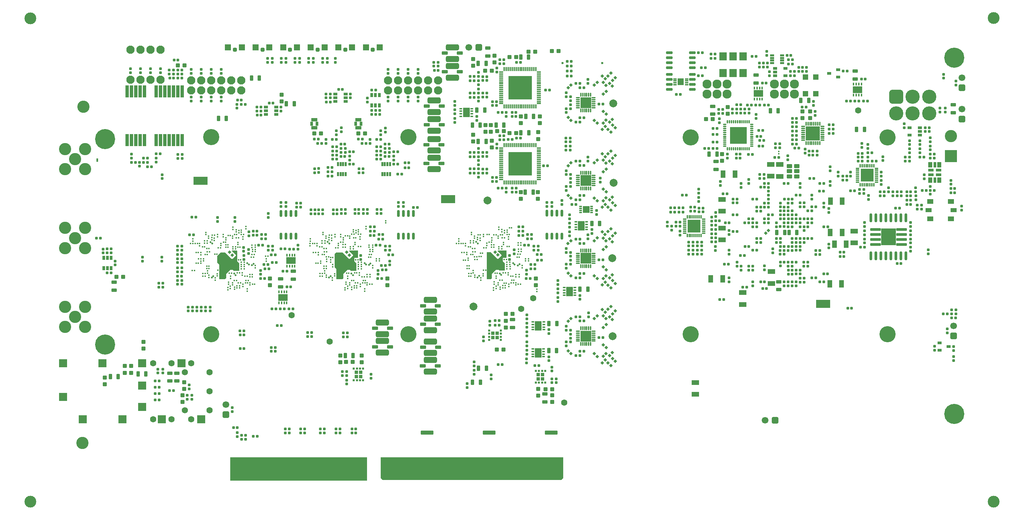
<source format=gbs>
G04*
G04 #@! TF.GenerationSoftware,Altium Limited,Altium Designer,19.1.6 (110)*
G04*
G04 Layer_Color=16711935*
%FSLAX44Y44*%
%MOMM*%
G71*
G01*
G75*
%ADD63C,1.6000*%
%ADD113R,34.8000X5.9750*%
G04:AMPARAMS|DCode=117|XSize=0.7mm|YSize=0.7mm|CornerRadius=0.11mm|HoleSize=0mm|Usage=FLASHONLY|Rotation=270.000|XOffset=0mm|YOffset=0mm|HoleType=Round|Shape=RoundedRectangle|*
%AMROUNDEDRECTD117*
21,1,0.7000,0.4800,0,0,270.0*
21,1,0.4800,0.7000,0,0,270.0*
1,1,0.2200,-0.2400,-0.2400*
1,1,0.2200,-0.2400,0.2400*
1,1,0.2200,0.2400,0.2400*
1,1,0.2200,0.2400,-0.2400*
%
%ADD117ROUNDEDRECTD117*%
G04:AMPARAMS|DCode=118|XSize=0.6mm|YSize=0.7mm|CornerRadius=0.1mm|HoleSize=0mm|Usage=FLASHONLY|Rotation=180.000|XOffset=0mm|YOffset=0mm|HoleType=Round|Shape=RoundedRectangle|*
%AMROUNDEDRECTD118*
21,1,0.6000,0.5000,0,0,180.0*
21,1,0.4000,0.7000,0,0,180.0*
1,1,0.2000,-0.2000,0.2500*
1,1,0.2000,0.2000,0.2500*
1,1,0.2000,0.2000,-0.2500*
1,1,0.2000,-0.2000,-0.2500*
%
%ADD118ROUNDEDRECTD118*%
G04:AMPARAMS|DCode=119|XSize=0.6mm|YSize=0.7mm|CornerRadius=0.1mm|HoleSize=0mm|Usage=FLASHONLY|Rotation=135.000|XOffset=0mm|YOffset=0mm|HoleType=Round|Shape=RoundedRectangle|*
%AMROUNDEDRECTD119*
21,1,0.6000,0.5000,0,0,135.0*
21,1,0.4000,0.7000,0,0,135.0*
1,1,0.2000,0.0354,0.3182*
1,1,0.2000,0.3182,0.0354*
1,1,0.2000,-0.0354,-0.3182*
1,1,0.2000,-0.3182,-0.0354*
%
%ADD119ROUNDEDRECTD119*%
G04:AMPARAMS|DCode=121|XSize=0.6mm|YSize=0.7mm|CornerRadius=0.1mm|HoleSize=0mm|Usage=FLASHONLY|Rotation=225.000|XOffset=0mm|YOffset=0mm|HoleType=Round|Shape=RoundedRectangle|*
%AMROUNDEDRECTD121*
21,1,0.6000,0.5000,0,0,225.0*
21,1,0.4000,0.7000,0,0,225.0*
1,1,0.2000,-0.3182,0.0354*
1,1,0.2000,-0.0354,0.3182*
1,1,0.2000,0.3182,-0.0354*
1,1,0.2000,0.0354,-0.3182*
%
%ADD121ROUNDEDRECTD121*%
G04:AMPARAMS|DCode=123|XSize=1.1mm|YSize=1mm|CornerRadius=0.1625mm|HoleSize=0mm|Usage=FLASHONLY|Rotation=90.000|XOffset=0mm|YOffset=0mm|HoleType=Round|Shape=RoundedRectangle|*
%AMROUNDEDRECTD123*
21,1,1.1000,0.6750,0,0,90.0*
21,1,0.7750,1.0000,0,0,90.0*
1,1,0.3250,0.3375,0.3875*
1,1,0.3250,0.3375,-0.3875*
1,1,0.3250,-0.3375,-0.3875*
1,1,0.3250,-0.3375,0.3875*
%
%ADD123ROUNDEDRECTD123*%
G04:AMPARAMS|DCode=124|XSize=0.6mm|YSize=0.7mm|CornerRadius=0.1mm|HoleSize=0mm|Usage=FLASHONLY|Rotation=90.000|XOffset=0mm|YOffset=0mm|HoleType=Round|Shape=RoundedRectangle|*
%AMROUNDEDRECTD124*
21,1,0.6000,0.5000,0,0,90.0*
21,1,0.4000,0.7000,0,0,90.0*
1,1,0.2000,0.2500,0.2000*
1,1,0.2000,0.2500,-0.2000*
1,1,0.2000,-0.2500,-0.2000*
1,1,0.2000,-0.2500,0.2000*
%
%ADD124ROUNDEDRECTD124*%
G04:AMPARAMS|DCode=125|XSize=0.7mm|YSize=0.7mm|CornerRadius=0.11mm|HoleSize=0mm|Usage=FLASHONLY|Rotation=0.000|XOffset=0mm|YOffset=0mm|HoleType=Round|Shape=RoundedRectangle|*
%AMROUNDEDRECTD125*
21,1,0.7000,0.4800,0,0,0.0*
21,1,0.4800,0.7000,0,0,0.0*
1,1,0.2200,0.2400,-0.2400*
1,1,0.2200,-0.2400,-0.2400*
1,1,0.2200,-0.2400,0.2400*
1,1,0.2200,0.2400,0.2400*
%
%ADD125ROUNDEDRECTD125*%
G04:AMPARAMS|DCode=126|XSize=1.1mm|YSize=1mm|CornerRadius=0.1625mm|HoleSize=0mm|Usage=FLASHONLY|Rotation=0.000|XOffset=0mm|YOffset=0mm|HoleType=Round|Shape=RoundedRectangle|*
%AMROUNDEDRECTD126*
21,1,1.1000,0.6750,0,0,0.0*
21,1,0.7750,1.0000,0,0,0.0*
1,1,0.3250,0.3875,-0.3375*
1,1,0.3250,-0.3875,-0.3375*
1,1,0.3250,-0.3875,0.3375*
1,1,0.3250,0.3875,0.3375*
%
%ADD126ROUNDEDRECTD126*%
G04:AMPARAMS|DCode=127|XSize=1.4mm|YSize=0.9mm|CornerRadius=0.15mm|HoleSize=0mm|Usage=FLASHONLY|Rotation=180.000|XOffset=0mm|YOffset=0mm|HoleType=Round|Shape=RoundedRectangle|*
%AMROUNDEDRECTD127*
21,1,1.4000,0.6000,0,0,180.0*
21,1,1.1000,0.9000,0,0,180.0*
1,1,0.3000,-0.5500,0.3000*
1,1,0.3000,0.5500,0.3000*
1,1,0.3000,0.5500,-0.3000*
1,1,0.3000,-0.5500,-0.3000*
%
%ADD127ROUNDEDRECTD127*%
G04:AMPARAMS|DCode=131|XSize=1.4mm|YSize=0.9mm|CornerRadius=0.15mm|HoleSize=0mm|Usage=FLASHONLY|Rotation=270.000|XOffset=0mm|YOffset=0mm|HoleType=Round|Shape=RoundedRectangle|*
%AMROUNDEDRECTD131*
21,1,1.4000,0.6000,0,0,270.0*
21,1,1.1000,0.9000,0,0,270.0*
1,1,0.3000,-0.3000,-0.5500*
1,1,0.3000,-0.3000,0.5500*
1,1,0.3000,0.3000,0.5500*
1,1,0.3000,0.3000,-0.5500*
%
%ADD131ROUNDEDRECTD131*%
%ADD134R,3.6000X2.0000*%
%ADD145C,2.0000*%
G04:AMPARAMS|DCode=149|XSize=0.7mm|YSize=0.7mm|CornerRadius=0.11mm|HoleSize=0mm|Usage=FLASHONLY|Rotation=225.000|XOffset=0mm|YOffset=0mm|HoleType=Round|Shape=RoundedRectangle|*
%AMROUNDEDRECTD149*
21,1,0.7000,0.4800,0,0,225.0*
21,1,0.4800,0.7000,0,0,225.0*
1,1,0.2200,-0.3394,0.0000*
1,1,0.2200,0.0000,0.3394*
1,1,0.2200,0.3394,0.0000*
1,1,0.2200,0.0000,-0.3394*
%
%ADD149ROUNDEDRECTD149*%
G04:AMPARAMS|DCode=153|XSize=0.7mm|YSize=1.1mm|CornerRadius=0.125mm|HoleSize=0mm|Usage=FLASHONLY|Rotation=0.000|XOffset=0mm|YOffset=0mm|HoleType=Round|Shape=RoundedRectangle|*
%AMROUNDEDRECTD153*
21,1,0.7000,0.8500,0,0,0.0*
21,1,0.4500,1.1000,0,0,0.0*
1,1,0.2500,0.2250,-0.4250*
1,1,0.2500,-0.2250,-0.4250*
1,1,0.2500,-0.2250,0.4250*
1,1,0.2500,0.2250,0.4250*
%
%ADD153ROUNDEDRECTD153*%
%ADD154R,0.5000X1.1000*%
%ADD155C,1.7000*%
G04:AMPARAMS|DCode=162|XSize=1.6mm|YSize=0.81mm|CornerRadius=0.2275mm|HoleSize=0mm|Usage=FLASHONLY|Rotation=180.000|XOffset=0mm|YOffset=0mm|HoleType=Round|Shape=RoundedRectangle|*
%AMROUNDEDRECTD162*
21,1,1.6000,0.3550,0,0,180.0*
21,1,1.1450,0.8100,0,0,180.0*
1,1,0.4550,-0.5725,0.1775*
1,1,0.4550,0.5725,0.1775*
1,1,0.4550,0.5725,-0.1775*
1,1,0.4550,-0.5725,-0.1775*
%
%ADD162ROUNDEDRECTD162*%
G04:AMPARAMS|DCode=163|XSize=3.35mm|YSize=1.6mm|CornerRadius=0.425mm|HoleSize=0mm|Usage=FLASHONLY|Rotation=180.000|XOffset=0mm|YOffset=0mm|HoleType=Round|Shape=RoundedRectangle|*
%AMROUNDEDRECTD163*
21,1,3.3500,0.7500,0,0,180.0*
21,1,2.5000,1.6000,0,0,180.0*
1,1,0.8500,-1.2500,0.3750*
1,1,0.8500,1.2500,0.3750*
1,1,0.8500,1.2500,-0.3750*
1,1,0.8500,-1.2500,-0.3750*
%
%ADD163ROUNDEDRECTD163*%
%ADD166R,0.4000X0.4100*%
%ADD167R,0.7000X1.0000*%
%ADD168R,1.6000X0.8500*%
G04:AMPARAMS|DCode=178|XSize=1.9mm|YSize=1.25mm|CornerRadius=0.1938mm|HoleSize=0mm|Usage=FLASHONLY|Rotation=90.000|XOffset=0mm|YOffset=0mm|HoleType=Round|Shape=RoundedRectangle|*
%AMROUNDEDRECTD178*
21,1,1.9000,0.8625,0,0,90.0*
21,1,1.5125,1.2500,0,0,90.0*
1,1,0.3875,0.4313,0.7563*
1,1,0.3875,0.4313,-0.7563*
1,1,0.3875,-0.4313,-0.7563*
1,1,0.3875,-0.4313,0.7563*
%
%ADD178ROUNDEDRECTD178*%
G04:AMPARAMS|DCode=179|XSize=1.9mm|YSize=1.25mm|CornerRadius=0.1938mm|HoleSize=0mm|Usage=FLASHONLY|Rotation=180.000|XOffset=0mm|YOffset=0mm|HoleType=Round|Shape=RoundedRectangle|*
%AMROUNDEDRECTD179*
21,1,1.9000,0.8625,0,0,180.0*
21,1,1.5125,1.2500,0,0,180.0*
1,1,0.3875,-0.7563,0.4313*
1,1,0.3875,0.7563,0.4313*
1,1,0.3875,0.7563,-0.4313*
1,1,0.3875,-0.7563,-0.4313*
%
%ADD179ROUNDEDRECTD179*%
%ADD184C,3.0000*%
G04:AMPARAMS|DCode=193|XSize=0.7mm|YSize=1.1mm|CornerRadius=0.125mm|HoleSize=0mm|Usage=FLASHONLY|Rotation=90.000|XOffset=0mm|YOffset=0mm|HoleType=Round|Shape=RoundedRectangle|*
%AMROUNDEDRECTD193*
21,1,0.7000,0.8500,0,0,90.0*
21,1,0.4500,1.1000,0,0,90.0*
1,1,0.2500,0.4250,0.2250*
1,1,0.2500,0.4250,-0.2250*
1,1,0.2500,-0.4250,-0.2250*
1,1,0.2500,-0.4250,0.2250*
%
%ADD193ROUNDEDRECTD193*%
%ADD194R,0.4500X0.4000*%
%ADD195C,0.6000*%
%ADD196R,0.8000X4.3000*%
%ADD197R,0.8000X3.3000*%
G04:AMPARAMS|DCode=198|XSize=0.7mm|YSize=0.7mm|CornerRadius=0.11mm|HoleSize=0mm|Usage=FLASHONLY|Rotation=315.000|XOffset=0mm|YOffset=0mm|HoleType=Round|Shape=RoundedRectangle|*
%AMROUNDEDRECTD198*
21,1,0.7000,0.4800,0,0,315.0*
21,1,0.4800,0.7000,0,0,315.0*
1,1,0.2200,0.0000,-0.3394*
1,1,0.2200,-0.3394,0.0000*
1,1,0.2200,0.0000,0.3394*
1,1,0.2200,0.3394,0.0000*
%
%ADD198ROUNDEDRECTD198*%
G04:AMPARAMS|DCode=211|XSize=1.1mm|YSize=3.3mm|CornerRadius=0.3mm|HoleSize=0mm|Usage=FLASHONLY|Rotation=270.000|XOffset=0mm|YOffset=0mm|HoleType=Round|Shape=RoundedRectangle|*
%AMROUNDEDRECTD211*
21,1,1.1000,2.7000,0,0,270.0*
21,1,0.5000,3.3000,0,0,270.0*
1,1,0.6000,-1.3500,-0.2500*
1,1,0.6000,-1.3500,0.2500*
1,1,0.6000,1.3500,0.2500*
1,1,0.6000,1.3500,-0.2500*
%
%ADD211ROUNDEDRECTD211*%
%ADD212C,3.1000*%
G04:AMPARAMS|DCode=213|XSize=1.624mm|YSize=1.624mm|CornerRadius=0.2405mm|HoleSize=0mm|Usage=FLASHONLY|Rotation=270.000|XOffset=0mm|YOffset=0mm|HoleType=Round|Shape=RoundedRectangle|*
%AMROUNDEDRECTD213*
21,1,1.6240,1.1430,0,0,270.0*
21,1,1.1430,1.6240,0,0,270.0*
1,1,0.4810,-0.5715,-0.5715*
1,1,0.4810,-0.5715,0.5715*
1,1,0.4810,0.5715,0.5715*
1,1,0.4810,0.5715,-0.5715*
%
%ADD213ROUNDEDRECTD213*%
G04:AMPARAMS|DCode=214|XSize=1.624mm|YSize=1.624mm|CornerRadius=0.2405mm|HoleSize=0mm|Usage=FLASHONLY|Rotation=180.000|XOffset=0mm|YOffset=0mm|HoleType=Round|Shape=RoundedRectangle|*
%AMROUNDEDRECTD214*
21,1,1.6240,1.1430,0,0,180.0*
21,1,1.1430,1.6240,0,0,180.0*
1,1,0.4810,-0.5715,0.5715*
1,1,0.4810,0.5715,0.5715*
1,1,0.4810,0.5715,-0.5715*
1,1,0.4810,-0.5715,-0.5715*
%
%ADD214ROUNDEDRECTD214*%
%ADD215C,1.5600*%
%ADD216C,2.1000*%
%ADD217C,4.1000*%
%ADD218R,2.1000X2.1000*%
%ADD219C,2.3000*%
%ADD220C,5.1000*%
%ADD221R,3.1000X3.1000*%
G04:AMPARAMS|DCode=222|XSize=3.6mm|YSize=3.6mm|CornerRadius=0.925mm|HoleSize=0mm|Usage=FLASHONLY|Rotation=180.000|XOffset=0mm|YOffset=0mm|HoleType=Round|Shape=RoundedRectangle|*
%AMROUNDEDRECTD222*
21,1,3.6000,1.7500,0,0,180.0*
21,1,1.7500,3.6000,0,0,180.0*
1,1,1.8500,-0.8750,0.8750*
1,1,1.8500,0.8750,0.8750*
1,1,1.8500,0.8750,-0.8750*
1,1,1.8500,-0.8750,-0.8750*
%
%ADD222ROUNDEDRECTD222*%
%ADD223C,3.6000*%
%ADD326R,0.5500X0.6000*%
%ADD327R,0.9000X0.9000*%
%ADD328R,0.6000X0.5500*%
%ADD329R,0.9000X0.9000*%
G04:AMPARAMS|DCode=330|XSize=0.65mm|YSize=2.7mm|CornerRadius=0.1875mm|HoleSize=0mm|Usage=FLASHONLY|Rotation=270.000|XOffset=0mm|YOffset=0mm|HoleType=Round|Shape=RoundedRectangle|*
%AMROUNDEDRECTD330*
21,1,0.6500,2.3250,0,0,270.0*
21,1,0.2750,2.7000,0,0,270.0*
1,1,0.3750,-1.1625,-0.1375*
1,1,0.3750,-1.1625,0.1375*
1,1,0.3750,1.1625,0.1375*
1,1,0.3750,1.1625,-0.1375*
%
%ADD330ROUNDEDRECTD330*%
%ADD331R,3.7000X4.3000*%
G04:AMPARAMS|DCode=332|XSize=1.6mm|YSize=1.6mm|CornerRadius=0.2375mm|HoleSize=0mm|Usage=FLASHONLY|Rotation=0.000|XOffset=0mm|YOffset=0mm|HoleType=Round|Shape=RoundedRectangle|*
%AMROUNDEDRECTD332*
21,1,1.6000,1.1250,0,0,0.0*
21,1,1.1250,1.6000,0,0,0.0*
1,1,0.4750,0.5625,-0.5625*
1,1,0.4750,-0.5625,-0.5625*
1,1,0.4750,-0.5625,0.5625*
1,1,0.4750,0.5625,0.5625*
%
%ADD332ROUNDEDRECTD332*%
G04:AMPARAMS|DCode=333|XSize=1mm|YSize=1mm|CornerRadius=0.1625mm|HoleSize=0mm|Usage=FLASHONLY|Rotation=0.000|XOffset=0mm|YOffset=0mm|HoleType=Round|Shape=RoundedRectangle|*
%AMROUNDEDRECTD333*
21,1,1.0000,0.6750,0,0,0.0*
21,1,0.6750,1.0000,0,0,0.0*
1,1,0.3250,0.3375,-0.3375*
1,1,0.3250,-0.3375,-0.3375*
1,1,0.3250,-0.3375,0.3375*
1,1,0.3250,0.3375,0.3375*
%
%ADD333ROUNDEDRECTD333*%
%ADD334R,1.9000X2.1000*%
%ADD335R,1.3500X1.4500*%
%ADD336R,1.6000X1.3000*%
%ADD337R,1.5000X1.0000*%
%ADD338R,1.1000X1.4500*%
%ADD339R,1.4500X0.8000*%
%ADD340R,0.8000X1.4500*%
%ADD341R,1.1000X0.5000*%
%ADD342O,0.4000X1.0000*%
%ADD343O,1.0000X0.4000*%
%ADD344R,3.6500X3.6500*%
%ADD345R,0.9000X3.1000*%
%ADD346R,0.9000X0.4000*%
%ADD347R,1.5000X1.7000*%
G04:AMPARAMS|DCode=348|XSize=0.35mm|YSize=0.85mm|CornerRadius=0.1125mm|HoleSize=0mm|Usage=FLASHONLY|Rotation=180.000|XOffset=0mm|YOffset=0mm|HoleType=Round|Shape=RoundedRectangle|*
%AMROUNDEDRECTD348*
21,1,0.3500,0.6250,0,0,180.0*
21,1,0.1250,0.8500,0,0,180.0*
1,1,0.2250,-0.0625,0.3125*
1,1,0.2250,0.0625,0.3125*
1,1,0.2250,0.0625,-0.3125*
1,1,0.2250,-0.0625,-0.3125*
%
%ADD348ROUNDEDRECTD348*%
G04:AMPARAMS|DCode=349|XSize=0.35mm|YSize=0.85mm|CornerRadius=0.1125mm|HoleSize=0mm|Usage=FLASHONLY|Rotation=90.000|XOffset=0mm|YOffset=0mm|HoleType=Round|Shape=RoundedRectangle|*
%AMROUNDEDRECTD349*
21,1,0.3500,0.6250,0,0,90.0*
21,1,0.1250,0.8500,0,0,90.0*
1,1,0.2250,0.3125,0.0625*
1,1,0.2250,0.3125,-0.0625*
1,1,0.2250,-0.3125,-0.0625*
1,1,0.2250,-0.3125,0.0625*
%
%ADD349ROUNDEDRECTD349*%
%ADD350R,4.2000X4.2000*%
G04:AMPARAMS|DCode=351|XSize=0.35mm|YSize=0.9mm|CornerRadius=0.1125mm|HoleSize=0mm|Usage=FLASHONLY|Rotation=270.000|XOffset=0mm|YOffset=0mm|HoleType=Round|Shape=RoundedRectangle|*
%AMROUNDEDRECTD351*
21,1,0.3500,0.6750,0,0,270.0*
21,1,0.1250,0.9000,0,0,270.0*
1,1,0.2250,-0.3375,-0.0625*
1,1,0.2250,-0.3375,0.0625*
1,1,0.2250,0.3375,0.0625*
1,1,0.2250,0.3375,-0.0625*
%
%ADD351ROUNDEDRECTD351*%
G04:AMPARAMS|DCode=352|XSize=0.35mm|YSize=0.9mm|CornerRadius=0.1125mm|HoleSize=0mm|Usage=FLASHONLY|Rotation=0.000|XOffset=0mm|YOffset=0mm|HoleType=Round|Shape=RoundedRectangle|*
%AMROUNDEDRECTD352*
21,1,0.3500,0.6750,0,0,0.0*
21,1,0.1250,0.9000,0,0,0.0*
1,1,0.2250,0.0625,-0.3375*
1,1,0.2250,-0.0625,-0.3375*
1,1,0.2250,-0.0625,0.3375*
1,1,0.2250,0.0625,0.3375*
%
%ADD352ROUNDEDRECTD352*%
%ADD353R,3.2000X3.2000*%
%ADD354R,3.2000X3.2000*%
%ADD355R,0.4000X0.4500*%
G04:AMPARAMS|DCode=356|XSize=0.7mm|YSize=1.65mm|CornerRadius=0.2mm|HoleSize=0mm|Usage=FLASHONLY|Rotation=270.000|XOffset=0mm|YOffset=0mm|HoleType=Round|Shape=RoundedRectangle|*
%AMROUNDEDRECTD356*
21,1,0.7000,1.2500,0,0,270.0*
21,1,0.3000,1.6500,0,0,270.0*
1,1,0.4000,-0.6250,-0.1500*
1,1,0.4000,-0.6250,0.1500*
1,1,0.4000,0.6250,0.1500*
1,1,0.4000,0.6250,-0.1500*
%
%ADD356ROUNDEDRECTD356*%
%ADD357R,2.4500X1.7000*%
%ADD358R,0.4000X0.8000*%
%ADD359R,1.7000X2.4500*%
%ADD360R,0.8000X0.4000*%
G04:AMPARAMS|DCode=361|XSize=1.1mm|YSize=1.3mm|CornerRadius=0.175mm|HoleSize=0mm|Usage=FLASHONLY|Rotation=270.000|XOffset=0mm|YOffset=0mm|HoleType=Round|Shape=RoundedRectangle|*
%AMROUNDEDRECTD361*
21,1,1.1000,0.9500,0,0,270.0*
21,1,0.7500,1.3000,0,0,270.0*
1,1,0.3500,-0.4750,-0.3750*
1,1,0.3500,-0.4750,0.3750*
1,1,0.3500,0.4750,0.3750*
1,1,0.3500,0.4750,-0.3750*
%
%ADD361ROUNDEDRECTD361*%
%ADD362R,1.7000X1.7000*%
%ADD363R,0.7250X0.3500*%
%ADD364O,0.7000X2.3000*%
G04:AMPARAMS|DCode=365|XSize=1.05mm|YSize=0.4mm|CornerRadius=0.125mm|HoleSize=0mm|Usage=FLASHONLY|Rotation=90.000|XOffset=0mm|YOffset=0mm|HoleType=Round|Shape=RoundedRectangle|*
%AMROUNDEDRECTD365*
21,1,1.0500,0.1500,0,0,90.0*
21,1,0.8000,0.4000,0,0,90.0*
1,1,0.2500,0.0750,0.4000*
1,1,0.2500,0.0750,-0.4000*
1,1,0.2500,-0.0750,-0.4000*
1,1,0.2500,-0.0750,0.4000*
%
%ADD365ROUNDEDRECTD365*%
G04:AMPARAMS|DCode=366|XSize=1.05mm|YSize=0.4mm|CornerRadius=0.125mm|HoleSize=0mm|Usage=FLASHONLY|Rotation=0.000|XOffset=0mm|YOffset=0mm|HoleType=Round|Shape=RoundedRectangle|*
%AMROUNDEDRECTD366*
21,1,1.0500,0.1500,0,0,0.0*
21,1,0.8000,0.4000,0,0,0.0*
1,1,0.2500,0.4000,-0.0750*
1,1,0.2500,-0.4000,-0.0750*
1,1,0.2500,-0.4000,0.0750*
1,1,0.2500,0.4000,0.0750*
%
%ADD366ROUNDEDRECTD366*%
%ADD367R,5.9500X5.9500*%
G04:AMPARAMS|DCode=368|XSize=0.4mm|YSize=0.45mm|CornerRadius=0mm|HoleSize=0mm|Usage=FLASHONLY|Rotation=315.000|XOffset=0mm|YOffset=0mm|HoleType=Round|Shape=Rectangle|*
%AMROTATEDRECTD368*
4,1,4,-0.3005,-0.0177,0.0177,0.3005,0.3005,0.0177,-0.0177,-0.3005,-0.3005,-0.0177,0.0*
%
%ADD368ROTATEDRECTD368*%

%ADD369O,0.7000X1.8000*%
G04:AMPARAMS|DCode=370|XSize=0.4mm|YSize=0.45mm|CornerRadius=0mm|HoleSize=0mm|Usage=FLASHONLY|Rotation=225.000|XOffset=0mm|YOffset=0mm|HoleType=Round|Shape=Rectangle|*
%AMROTATEDRECTD370*
4,1,4,-0.0177,0.3005,0.3005,-0.0177,0.0177,-0.3005,-0.3005,0.0177,-0.0177,0.3005,0.0*
%
%ADD370ROTATEDRECTD370*%

G04:AMPARAMS|DCode=371|XSize=0.4mm|YSize=1mm|CornerRadius=0.125mm|HoleSize=0mm|Usage=FLASHONLY|Rotation=270.000|XOffset=0mm|YOffset=0mm|HoleType=Round|Shape=RoundedRectangle|*
%AMROUNDEDRECTD371*
21,1,0.4000,0.7500,0,0,270.0*
21,1,0.1500,1.0000,0,0,270.0*
1,1,0.2500,-0.3750,-0.0750*
1,1,0.2500,-0.3750,0.0750*
1,1,0.2500,0.3750,0.0750*
1,1,0.2500,0.3750,-0.0750*
%
%ADD371ROUNDEDRECTD371*%
G04:AMPARAMS|DCode=372|XSize=0.4mm|YSize=1mm|CornerRadius=0.125mm|HoleSize=0mm|Usage=FLASHONLY|Rotation=0.000|XOffset=0mm|YOffset=0mm|HoleType=Round|Shape=RoundedRectangle|*
%AMROUNDEDRECTD372*
21,1,0.4000,0.7500,0,0,0.0*
21,1,0.1500,1.0000,0,0,0.0*
1,1,0.2500,0.0750,-0.3750*
1,1,0.2500,-0.0750,-0.3750*
1,1,0.2500,-0.0750,0.3750*
1,1,0.2500,0.0750,0.3750*
%
%ADD372ROUNDEDRECTD372*%
%ADD373R,2.8000X2.8000*%
G36*
X112750Y807750D02*
X108750D01*
Y815750D01*
X112750Y815750D01*
X112750Y807750D01*
D02*
G37*
G36*
X1148721Y582256D02*
X1148815Y582227D01*
X1148902Y582180D01*
X1148978Y582118D01*
X1149040Y582042D01*
X1149087Y581955D01*
X1149115Y581861D01*
X1149125Y581763D01*
Y564263D01*
X1149115Y564165D01*
X1149087Y564071D01*
X1149040Y563984D01*
X1148978Y563908D01*
X1148902Y563845D01*
X1148815Y563799D01*
X1148721Y563770D01*
X1148623Y563760D01*
X1139685Y563760D01*
X1139685Y555307D01*
X1144728Y550264D01*
X1144790Y550188D01*
X1144837Y550101D01*
X1144865Y550006D01*
X1144870Y549958D01*
X1144875Y549908D01*
X1144875Y549908D01*
X1144875Y531750D01*
X1144865Y531652D01*
X1144837Y531558D01*
X1144790Y531471D01*
X1144728Y531395D01*
X1144652Y531332D01*
X1144565Y531286D01*
X1144471Y531257D01*
X1144373Y531248D01*
X1131136D01*
X1131135Y531248D01*
X1131037Y531257D01*
X1130943Y531286D01*
X1130856Y531332D01*
X1130818Y531363D01*
X1130780Y531395D01*
X1130780Y531395D01*
X1128915Y533260D01*
X1122081Y533260D01*
X1111715Y522894D01*
X1111715Y512353D01*
X1111715Y512352D01*
X1111710Y512303D01*
X1111705Y512254D01*
X1111676Y512160D01*
X1111630Y512073D01*
X1111596Y512031D01*
X1111568Y511997D01*
X1111567Y511997D01*
X1108978Y509407D01*
X1108901Y509345D01*
X1108815Y509298D01*
X1108793Y509292D01*
X1108720Y509270D01*
X1108671Y509265D01*
X1108622Y509260D01*
X1108622Y509260D01*
X1099500Y509260D01*
X1099402Y509270D01*
X1099308Y509298D01*
X1099221Y509345D01*
X1099145Y509407D01*
X1099082Y509483D01*
X1099036Y509570D01*
X1099007Y509664D01*
X1098998Y509762D01*
X1098997Y556134D01*
D01*
Y556134D01*
X1098998Y577263D01*
X1099008Y577361D01*
X1099036Y577455D01*
X1099083Y577542D01*
X1099134Y577604D01*
X1099145Y577618D01*
X1099146D01*
Y577618D01*
X1099159Y577629D01*
X1099222Y577681D01*
X1099308Y577727D01*
X1099403Y577756D01*
X1099501Y577765D01*
X1099501D01*
D01*
D01*
X1108872Y577765D01*
X1108872Y577765D01*
X1108961Y577756D01*
X1108970Y577755D01*
X1109065Y577727D01*
X1109151Y577680D01*
X1109193Y577646D01*
X1109228Y577618D01*
X1109228Y577618D01*
X1125831Y561015D01*
X1128165Y561015D01*
X1136370Y569221D01*
X1136370Y571134D01*
X1126768Y580737D01*
X1126767Y580737D01*
X1126739Y580771D01*
X1126705Y580813D01*
X1126658Y580900D01*
X1126630Y580994D01*
X1126620Y581092D01*
X1126620Y581093D01*
Y581763D01*
X1126630Y581861D01*
X1126658Y581955D01*
X1126705Y582042D01*
X1126767Y582118D01*
X1126843Y582180D01*
X1126930Y582227D01*
X1127025Y582256D01*
X1127123Y582265D01*
X1148623D01*
X1148721Y582256D01*
D02*
G37*
G36*
X771818Y582088D02*
X771913Y582060D01*
X771999Y582013D01*
X772076Y581951D01*
X772138Y581875D01*
X772185Y581788D01*
X772213Y581693D01*
X772223Y581595D01*
Y564095D01*
X772213Y563997D01*
X772185Y563903D01*
X772138Y563816D01*
X772076Y563740D01*
X771999Y563678D01*
X771913Y563631D01*
X771818Y563603D01*
X771720Y563593D01*
X762782Y563593D01*
X762782Y555140D01*
X767825Y550097D01*
X767888Y550020D01*
X767934Y549934D01*
X767963Y549839D01*
X767968Y549790D01*
X767973Y549741D01*
X767973Y549741D01*
X767973Y531185D01*
X767963Y531087D01*
X767934Y530993D01*
X767888Y530906D01*
X767826Y530830D01*
X767749Y530768D01*
X767663Y530721D01*
X767568Y530692D01*
X767470Y530683D01*
X754631D01*
X754631Y530683D01*
X754579Y530688D01*
X754533Y530692D01*
X754460Y530714D01*
X754438Y530721D01*
X754352Y530768D01*
X754317Y530796D01*
X754275Y530830D01*
X754275Y530830D01*
X752012Y533093D01*
X745178Y533093D01*
X734813Y522727D01*
X734812Y512185D01*
X734812Y512185D01*
X734808Y512136D01*
X734803Y512087D01*
X734774Y511993D01*
X734728Y511906D01*
X734693Y511864D01*
X734665Y511830D01*
X734665Y511830D01*
X732075Y509240D01*
X731999Y509177D01*
X731912Y509131D01*
X731890Y509124D01*
X731818Y509102D01*
X731769Y509098D01*
X731720Y509093D01*
X731720Y509093D01*
X717846Y509093D01*
X717747Y509102D01*
X717653Y509131D01*
X717566Y509177D01*
X717490Y509240D01*
X717428Y509316D01*
X717381Y509403D01*
X717353Y509497D01*
X717343Y509595D01*
X717343Y535481D01*
X712615Y540209D01*
X712615Y540209D01*
X712587Y540243D01*
X712552Y540285D01*
X712506Y540372D01*
X712477Y540466D01*
X712473Y540515D01*
X712468Y540564D01*
X712468Y540565D01*
X712468Y573127D01*
X712478Y573225D01*
X712499Y573297D01*
X712506Y573319D01*
X712553Y573406D01*
X712615Y573482D01*
X712615Y573482D01*
X716584Y577451D01*
X716660Y577513D01*
X716747Y577560D01*
X716769Y577566D01*
X716841Y577588D01*
X716890Y577593D01*
X716939Y577598D01*
X716939Y577598D01*
X731970Y577598D01*
X731970Y577598D01*
X732059Y577589D01*
X732068Y577588D01*
X732162Y577560D01*
X732249Y577513D01*
X732291Y577479D01*
X732325Y577451D01*
X732325Y577450D01*
X748929Y560848D01*
X751262Y560848D01*
X759468Y569054D01*
X759468Y570967D01*
X749865Y580570D01*
X749865Y580570D01*
X749837Y580604D01*
X749803Y580646D01*
X749756Y580733D01*
X749728Y580827D01*
X749718Y580925D01*
X749718Y580925D01*
Y581595D01*
X749728Y581693D01*
X749756Y581788D01*
X749803Y581875D01*
X749865Y581951D01*
X749941Y582013D01*
X750028Y582060D01*
X750122Y582088D01*
X750220Y582098D01*
X771720D01*
X771818Y582088D01*
D02*
G37*
G36*
X464878D02*
X464972Y582060D01*
X465059Y582013D01*
X465135Y581951D01*
X465197Y581875D01*
X465244Y581788D01*
X465272Y581693D01*
X465282Y581595D01*
Y564096D01*
X465282Y555140D01*
X470326Y550097D01*
X470388Y550020D01*
X470434Y549934D01*
X470463Y549839D01*
X470468Y549790D01*
X470473Y549741D01*
X470473Y549741D01*
X470473Y531185D01*
X470463Y531087D01*
X470434Y530993D01*
X470388Y530906D01*
X470326Y530830D01*
X470249Y530768D01*
X470163Y530721D01*
X470068Y530692D01*
X469970Y530683D01*
X457131D01*
X457131Y530683D01*
X457079Y530688D01*
X457033Y530692D01*
X456960Y530714D01*
X456938Y530721D01*
X456851Y530768D01*
X456817Y530796D01*
X456775Y530830D01*
X456775Y530830D01*
X454512Y533093D01*
X447678Y533093D01*
X437313Y522727D01*
X437312Y512185D01*
X437312Y512185D01*
X437307Y512136D01*
X437303Y512087D01*
X437274Y511993D01*
X437228Y511906D01*
X437193Y511864D01*
X437165Y511830D01*
X437165Y511830D01*
X434575Y509240D01*
X434499Y509177D01*
X434412Y509131D01*
X434390Y509124D01*
X434318Y509102D01*
X434269Y509098D01*
X434220Y509093D01*
X434220Y509093D01*
X420345Y509093D01*
X420247Y509102D01*
X420153Y509131D01*
X420066Y509177D01*
X419990Y509240D01*
X419928Y509316D01*
X419881Y509403D01*
X419853Y509497D01*
X419843Y509595D01*
X419843Y547172D01*
X415115Y551900D01*
X415115Y551900D01*
X415052Y551976D01*
X415006Y552063D01*
X414999Y552085D01*
X414977Y552157D01*
X414973Y552206D01*
X414968Y552255D01*
X414968Y552255D01*
X414968Y568566D01*
X414977Y568664D01*
X414999Y568736D01*
X415006Y568758D01*
X415052Y568845D01*
X415115Y568921D01*
X415115Y568922D01*
X423644Y577451D01*
X423721Y577513D01*
X423807Y577560D01*
X423829Y577566D01*
X423902Y577588D01*
X423951Y577593D01*
X424000Y577598D01*
X424000Y577598D01*
X434470Y577598D01*
X434470Y577598D01*
X434559Y577589D01*
X434568Y577588D01*
X434662Y577560D01*
X434749Y577513D01*
X434791Y577479D01*
X434825Y577451D01*
X434825Y577450D01*
X451428Y560848D01*
X453762Y560848D01*
X461968Y569054D01*
X461968Y570967D01*
X452365Y580570D01*
X452365Y580570D01*
X452337Y580604D01*
X452303Y580646D01*
X452256Y580733D01*
X452228Y580827D01*
X452218Y580925D01*
X452218Y580925D01*
Y581595D01*
X452228Y581693D01*
X452256Y581788D01*
X452303Y581875D01*
X452365Y581951D01*
X452441Y582013D01*
X452528Y582060D01*
X452622Y582088D01*
X452720Y582098D01*
X464780D01*
X464878Y582088D01*
D02*
G37*
G36*
X1293000Y57251D02*
X1293001Y5001D01*
X1288000Y0D01*
X1175501Y0D01*
Y28625D01*
X1175501Y-0D01*
X834501Y-1D01*
X829500Y5000D01*
X829500Y57250D01*
X1175501Y57250D01*
Y57251D01*
X1293000Y57251D01*
D02*
G37*
D63*
X2041500Y938000D02*
D03*
X1186250Y434500D02*
D03*
X700000Y351250D02*
D03*
X603500Y418250D02*
D03*
X1216750Y461500D02*
D03*
X1295000Y196500D02*
D03*
X394990Y272910D02*
D03*
X251990Y296160D02*
D03*
X298990D02*
D03*
X348990D02*
D03*
X394990Y224910D02*
D03*
Y176910D02*
D03*
X348990Y153660D02*
D03*
X298990D02*
D03*
X251990D02*
D03*
D113*
X621500Y27375D02*
D03*
D117*
X819852Y834539D02*
D03*
X829852D02*
D03*
X707591Y845539D02*
D03*
X717591D02*
D03*
X707591Y834539D02*
D03*
X717591D02*
D03*
X669980Y854500D02*
D03*
X679980D02*
D03*
X782255Y854515D02*
D03*
X792255D02*
D03*
X891250Y804970D02*
D03*
X901250D02*
D03*
X891250Y792500D02*
D03*
X901250D02*
D03*
X696000Y771000D02*
D03*
X706000D02*
D03*
X696000Y782000D02*
D03*
X706000D02*
D03*
X1977500Y901250D02*
D03*
X1967500D02*
D03*
X1977500Y890250D02*
D03*
X1967500D02*
D03*
X1874250Y1055500D02*
D03*
X1864250D02*
D03*
X1874250Y1066500D02*
D03*
X1864250D02*
D03*
X1689750Y457500D02*
D03*
X1699750D02*
D03*
X1679500Y636000D02*
D03*
X1669500D02*
D03*
X2164500Y731750D02*
D03*
X2174500D02*
D03*
X2164500Y720750D02*
D03*
X2174500D02*
D03*
X2164500Y709750D02*
D03*
X2174500D02*
D03*
X2164500Y698750D02*
D03*
X2174500D02*
D03*
X2214250Y735000D02*
D03*
X2204250D02*
D03*
X1869750Y1026000D02*
D03*
X1879750D02*
D03*
X1879750Y1037000D02*
D03*
X1869750D02*
D03*
X267660Y234910D02*
D03*
X257660D02*
D03*
X267660Y250910D02*
D03*
X257660D02*
D03*
X2224250Y735000D02*
D03*
X2234250D02*
D03*
X1870540Y1077500D02*
D03*
X1860540D02*
D03*
X1884750Y874500D02*
D03*
X1874750D02*
D03*
Y885500D02*
D03*
X1884750D02*
D03*
X1874750Y896500D02*
D03*
X1884750D02*
D03*
Y907500D02*
D03*
X1874750D02*
D03*
X1884750Y852750D02*
D03*
X1874750D02*
D03*
Y863750D02*
D03*
X1884750D02*
D03*
X2076250Y830500D02*
D03*
X2066250D02*
D03*
X1668080Y1080600D02*
D03*
X1678080Y1080600D02*
D03*
X2198000Y819250D02*
D03*
X2208000D02*
D03*
X108750Y614000D02*
D03*
X118750D02*
D03*
X305250Y1065500D02*
D03*
X315250Y1065500D02*
D03*
X197000Y806250D02*
D03*
X207000D02*
D03*
X237750Y817250D02*
D03*
X227750D02*
D03*
X247750Y795250D02*
D03*
X237750D02*
D03*
Y806250D02*
D03*
X227750D02*
D03*
X260000Y827750D02*
D03*
X270000D02*
D03*
X1210462Y536102D02*
D03*
X1220462D02*
D03*
X1237462Y558102D02*
D03*
X1227462D02*
D03*
X1808750Y485500D02*
D03*
X1798750D02*
D03*
X1923750Y682750D02*
D03*
X1913750D02*
D03*
X843560Y533435D02*
D03*
X833560D02*
D03*
X822310Y510935D02*
D03*
X832310D02*
D03*
X849810Y571685D02*
D03*
X859810D02*
D03*
X817610Y595985D02*
D03*
X827610D02*
D03*
X1345000Y403250D02*
D03*
X1335000D02*
D03*
X1199212Y511102D02*
D03*
X1209212D02*
D03*
X1226712Y571852D02*
D03*
X1236712D02*
D03*
X1194512Y596152D02*
D03*
X1204512D02*
D03*
X1803750Y752750D02*
D03*
X1813750D02*
D03*
X2005250Y578250D02*
D03*
X1995250D02*
D03*
X1803750Y742779D02*
D03*
X1793750D02*
D03*
X1873750Y682750D02*
D03*
X1863750D02*
D03*
X1689500Y657500D02*
D03*
X1679500D02*
D03*
X1586890Y679426D02*
D03*
X1596890D02*
D03*
X1586890Y690425D02*
D03*
X1596890D02*
D03*
X1679500Y625000D02*
D03*
X1669500D02*
D03*
X293820Y226910D02*
D03*
X303820D02*
D03*
X257660Y218910D02*
D03*
X267660D02*
D03*
X257660Y202910D02*
D03*
X267660D02*
D03*
X598407Y585875D02*
D03*
X608407D02*
D03*
X574890Y434046D02*
D03*
X584890D02*
D03*
X553890D02*
D03*
X563890D02*
D03*
X2005250Y567250D02*
D03*
X1995250D02*
D03*
X546600Y956125D02*
D03*
X556600Y956125D02*
D03*
X1221250Y290000D02*
D03*
X1231250D02*
D03*
X1120500Y404250D02*
D03*
X1130500Y404250D02*
D03*
X145730Y576020D02*
D03*
X135730D02*
D03*
X1678080Y1069600D02*
D03*
X1668080D02*
D03*
X2013489Y1037500D02*
D03*
X2003489Y1037500D02*
D03*
X831310Y544435D02*
D03*
X841310D02*
D03*
X2267250Y421750D02*
D03*
X2257250D02*
D03*
X1313250Y1025280D02*
D03*
X1303250Y1025280D02*
D03*
X1313250Y1037750D02*
D03*
X1313250Y1062690D02*
D03*
X1303250D02*
D03*
X1313250Y1050220D02*
D03*
X1646134Y1084248D02*
D03*
X1636134D02*
D03*
X1646134Y1025748D02*
D03*
X1636134D02*
D03*
X2033000Y961500D02*
D03*
X2043000D02*
D03*
X2022000D02*
D03*
X2012000D02*
D03*
X1781500Y951500D02*
D03*
X1791500D02*
D03*
X1770500D02*
D03*
X1760500D02*
D03*
X2136000Y689750D02*
D03*
X2146000D02*
D03*
X564910Y551685D02*
D03*
X554910D02*
D03*
X803460Y642132D02*
D03*
X813460D02*
D03*
X1210462Y547102D02*
D03*
X1220462D02*
D03*
X1953750Y752750D02*
D03*
X1943750D02*
D03*
X1928750Y765250D02*
D03*
X1918750D02*
D03*
X2057400Y590500D02*
D03*
X2047400D02*
D03*
X476107Y953500D02*
D03*
X486107D02*
D03*
X1773750Y642750D02*
D03*
X1783750D02*
D03*
X1202212Y611852D02*
D03*
X1212212D02*
D03*
X1202122Y622986D02*
D03*
X1212122D02*
D03*
X1180362Y631799D02*
D03*
X1190362D02*
D03*
X1180112Y620414D02*
D03*
X1190112D02*
D03*
X1127773Y740272D02*
D03*
X1137773D02*
D03*
X1163273Y864022D02*
D03*
X1153273D02*
D03*
X1067023Y778522D02*
D03*
X1057023D02*
D03*
X1067023Y789522D02*
D03*
X1057023D02*
D03*
X1067023Y820522D02*
D03*
X1057023D02*
D03*
X1067023Y831522D02*
D03*
X1057023D02*
D03*
X1127773Y933021D02*
D03*
X1137773D02*
D03*
X1067023Y971288D02*
D03*
X1057023D02*
D03*
X1067023Y982288D02*
D03*
X1057023D02*
D03*
X1067023Y1013271D02*
D03*
X1057023D02*
D03*
X1067023Y1024271D02*
D03*
X1057023D02*
D03*
X1335000Y721750D02*
D03*
X1345000D02*
D03*
X1325000Y710750D02*
D03*
X1335000D02*
D03*
X1325000Y809250D02*
D03*
X1335000D02*
D03*
X1335000Y798250D02*
D03*
X1345000D02*
D03*
X1595250Y722750D02*
D03*
X1605250D02*
D03*
X1791500Y861750D02*
D03*
X1801500D02*
D03*
X314500Y517500D02*
D03*
X324500D02*
D03*
X1335000Y513250D02*
D03*
X1325000D02*
D03*
X1345000Y600000D02*
D03*
X1335000D02*
D03*
X1335000Y611000D02*
D03*
X1325000D02*
D03*
X1345000Y524250D02*
D03*
X1335000D02*
D03*
X324500Y572500D02*
D03*
X314500D02*
D03*
X1335000Y315750D02*
D03*
X1325000D02*
D03*
X1335000Y414250D02*
D03*
X1325000D02*
D03*
X1345000Y326750D02*
D03*
X1335000D02*
D03*
X1335000Y908250D02*
D03*
X1325000D02*
D03*
X1345000Y995750D02*
D03*
X1335000D02*
D03*
X1335000Y1006750D02*
D03*
X1325000D02*
D03*
X1345000Y919250D02*
D03*
X1335000D02*
D03*
X825220Y622819D02*
D03*
X835220D02*
D03*
X803210Y620246D02*
D03*
X813210D02*
D03*
X824685Y611060D02*
D03*
X834685D02*
D03*
X466000Y132625D02*
D03*
X456000D02*
D03*
X506500Y110750D02*
D03*
X516500D02*
D03*
X546060Y535935D02*
D03*
X536060D02*
D03*
X527720Y622819D02*
D03*
X537720D02*
D03*
X505960Y620882D02*
D03*
X515960D02*
D03*
X505960Y631632D02*
D03*
X515960D02*
D03*
X527810Y611685D02*
D03*
X537810D02*
D03*
X533810Y546935D02*
D03*
X543810D02*
D03*
X534810Y510935D02*
D03*
X524810D02*
D03*
X530110Y595985D02*
D03*
X520110D02*
D03*
X562310Y571685D02*
D03*
X552310D02*
D03*
X1303250Y1050220D02*
D03*
Y1037750D02*
D03*
X1137500Y292625D02*
D03*
X1127500D02*
D03*
X728591Y852473D02*
D03*
X738591D02*
D03*
X840845Y852479D02*
D03*
X850845D02*
D03*
X829852Y845539D02*
D03*
X819852D02*
D03*
X883000Y776500D02*
D03*
X873000D02*
D03*
X696000Y793000D02*
D03*
X706000D02*
D03*
X817000Y938000D02*
D03*
X807000Y938000D02*
D03*
X732750Y991250D02*
D03*
X722750Y991250D02*
D03*
D118*
X841554Y893294D02*
D03*
Y883294D02*
D03*
X802780Y864515D02*
D03*
Y854515D02*
D03*
X729500Y893500D02*
D03*
X729500Y883500D02*
D03*
X690505Y864500D02*
D03*
Y854500D02*
D03*
X2289114Y1012480D02*
D03*
Y1002480D02*
D03*
X1556967Y644000D02*
D03*
Y654000D02*
D03*
X830420Y676106D02*
D03*
Y686106D02*
D03*
X786101Y676106D02*
D03*
Y686106D02*
D03*
X774160Y676106D02*
D03*
Y686106D02*
D03*
X729840Y676106D02*
D03*
Y686106D02*
D03*
X1810960Y1058000D02*
D03*
Y1048000D02*
D03*
X1800960Y1058000D02*
D03*
Y1048000D02*
D03*
X1790960D02*
D03*
Y1058000D02*
D03*
X1815750Y1036025D02*
D03*
Y1026025D02*
D03*
X1890250Y1047000D02*
D03*
Y1037000D02*
D03*
X1900250Y1047000D02*
D03*
Y1037000D02*
D03*
X1910250D02*
D03*
Y1047000D02*
D03*
X1927750Y951000D02*
D03*
Y961000D02*
D03*
X2066250Y841500D02*
D03*
Y851500D02*
D03*
Y809500D02*
D03*
Y819500D02*
D03*
X274660Y555250D02*
D03*
Y565250D02*
D03*
X225410Y565250D02*
D03*
Y555250D02*
D03*
X1791275Y765075D02*
D03*
Y775075D02*
D03*
X1802250Y775250D02*
D03*
Y765250D02*
D03*
X2208750Y764500D02*
D03*
Y774500D02*
D03*
X1809250Y1077500D02*
D03*
Y1087500D02*
D03*
X1916500Y824750D02*
D03*
Y834750D02*
D03*
X1926500D02*
D03*
Y824750D02*
D03*
X1906500Y829750D02*
D03*
Y839750D02*
D03*
X1932000Y935250D02*
D03*
Y925250D02*
D03*
X1937000Y824750D02*
D03*
Y834750D02*
D03*
X2172000Y861250D02*
D03*
Y851250D02*
D03*
X2198000Y861250D02*
D03*
Y851250D02*
D03*
X2221500Y894250D02*
D03*
Y884250D02*
D03*
X2211500D02*
D03*
Y894250D02*
D03*
X217250Y796250D02*
D03*
Y806250D02*
D03*
X197000Y817250D02*
D03*
Y827250D02*
D03*
X587500Y119500D02*
D03*
Y129500D02*
D03*
X597500D02*
D03*
Y119500D02*
D03*
X277000Y271250D02*
D03*
Y281250D02*
D03*
X275042Y764894D02*
D03*
Y774894D02*
D03*
X1722350Y930890D02*
D03*
Y940890D02*
D03*
X1862250Y822750D02*
D03*
Y812750D02*
D03*
X1843750Y682750D02*
D03*
Y672750D02*
D03*
X1853750Y692750D02*
D03*
Y682750D02*
D03*
X1843750Y702883D02*
D03*
Y692883D02*
D03*
X1833500Y652750D02*
D03*
Y642750D02*
D03*
X1783750Y682500D02*
D03*
Y692500D02*
D03*
X1773750Y492500D02*
D03*
Y502500D02*
D03*
X1774000Y532750D02*
D03*
Y542750D02*
D03*
X1803750Y533000D02*
D03*
Y543000D02*
D03*
X1713500Y502750D02*
D03*
Y512750D02*
D03*
X1924000Y652500D02*
D03*
Y662500D02*
D03*
X1954000Y692750D02*
D03*
Y702750D02*
D03*
X1714000Y573000D02*
D03*
Y583000D02*
D03*
X1733750Y542750D02*
D03*
Y552750D02*
D03*
X1853750Y492500D02*
D03*
Y502500D02*
D03*
X1873500Y492500D02*
D03*
Y502500D02*
D03*
X1893750Y502250D02*
D03*
Y512250D02*
D03*
X1833750Y602750D02*
D03*
Y612750D02*
D03*
X1864000Y522500D02*
D03*
Y532500D02*
D03*
X1279296Y452860D02*
D03*
Y462860D02*
D03*
X1200296Y375860D02*
D03*
Y365860D02*
D03*
X1199955Y307110D02*
D03*
Y297110D02*
D03*
X1048750Y234500D02*
D03*
Y244500D02*
D03*
X576580Y936520D02*
D03*
Y946520D02*
D03*
X515600Y936500D02*
D03*
X515600Y946500D02*
D03*
X644400Y373619D02*
D03*
Y363619D02*
D03*
X654400D02*
D03*
Y373619D02*
D03*
X1264250Y256750D02*
D03*
Y246750D02*
D03*
X743000Y265000D02*
D03*
Y275000D02*
D03*
X616248Y702330D02*
D03*
Y692330D02*
D03*
X719199Y675831D02*
D03*
Y685831D02*
D03*
X662899Y675830D02*
D03*
Y685830D02*
D03*
X672649Y675830D02*
D03*
Y685830D02*
D03*
X415385Y665756D02*
D03*
Y655756D02*
D03*
X459385Y665756D02*
D03*
Y655756D02*
D03*
X125230Y576020D02*
D03*
X125230Y586020D02*
D03*
X744875Y363067D02*
D03*
Y373067D02*
D03*
X734875Y363117D02*
D03*
Y373117D02*
D03*
X562089Y326315D02*
D03*
Y336315D02*
D03*
X784735Y779981D02*
D03*
Y789981D02*
D03*
X774735D02*
D03*
Y779981D02*
D03*
X552089Y336315D02*
D03*
Y326315D02*
D03*
X672475Y780180D02*
D03*
Y790180D02*
D03*
X662475Y789981D02*
D03*
Y779981D02*
D03*
X453135Y183250D02*
D03*
Y173250D02*
D03*
X2267500Y383000D02*
D03*
Y373000D02*
D03*
X2257750Y1019750D02*
D03*
Y1029750D02*
D03*
X2262000Y943500D02*
D03*
Y933500D02*
D03*
X2249000Y943500D02*
D03*
X2249000Y933500D02*
D03*
X1365250Y625250D02*
D03*
X1365250Y635250D02*
D03*
X1309000Y619750D02*
D03*
Y629750D02*
D03*
X1256205Y312610D02*
D03*
Y302610D02*
D03*
X1017750Y907375D02*
D03*
Y917375D02*
D03*
X1073750Y912875D02*
D03*
Y922875D02*
D03*
X1256546Y381360D02*
D03*
Y371360D02*
D03*
X1335546Y458360D02*
D03*
Y468360D02*
D03*
X1903750Y502250D02*
D03*
Y512250D02*
D03*
X1843624Y552980D02*
D03*
Y542980D02*
D03*
X1874000Y702750D02*
D03*
Y712750D02*
D03*
X2002090Y771000D02*
D03*
Y761000D02*
D03*
X2012250Y771000D02*
D03*
Y761000D02*
D03*
X2022250Y781000D02*
D03*
Y771000D02*
D03*
X2100000Y781000D02*
D03*
Y771000D02*
D03*
Y760000D02*
D03*
Y750000D02*
D03*
X264500Y271250D02*
D03*
Y281250D02*
D03*
X338750Y214750D02*
D03*
Y204750D02*
D03*
X350220Y214750D02*
D03*
Y204750D02*
D03*
X343500Y230910D02*
D03*
Y240910D02*
D03*
X1843750Y612750D02*
D03*
Y602750D02*
D03*
X1894000Y652750D02*
D03*
X1894000Y642750D02*
D03*
X1874000Y532500D02*
D03*
Y522500D02*
D03*
X1893750Y752500D02*
D03*
Y742500D02*
D03*
X1966750Y588750D02*
D03*
Y598750D02*
D03*
X1824250Y576750D02*
D03*
Y586750D02*
D03*
X1743750Y542250D02*
D03*
Y532250D02*
D03*
X1923750Y712518D02*
D03*
Y722518D02*
D03*
X1691750Y747750D02*
D03*
Y757750D02*
D03*
X1863750Y702750D02*
D03*
Y692750D02*
D03*
X1793750Y692250D02*
D03*
Y682250D02*
D03*
X1764000Y542750D02*
D03*
Y532750D02*
D03*
X1743750Y752750D02*
D03*
Y742750D02*
D03*
X1763750Y762500D02*
D03*
Y752500D02*
D03*
X1713500Y633000D02*
D03*
Y623000D02*
D03*
X1903750Y632750D02*
D03*
Y642750D02*
D03*
X1913750D02*
D03*
Y652750D02*
D03*
X1813750Y732750D02*
D03*
Y742750D02*
D03*
X1148273Y740272D02*
D03*
Y730272D02*
D03*
X1123523Y767522D02*
D03*
Y757522D02*
D03*
X1113523Y767522D02*
D03*
Y757522D02*
D03*
X1124523Y842522D02*
D03*
Y852522D02*
D03*
X1088523Y789022D02*
D03*
Y779022D02*
D03*
X1088523Y831022D02*
D03*
Y821022D02*
D03*
X1124527Y1035275D02*
D03*
Y1045275D02*
D03*
X1148273Y933021D02*
D03*
Y923021D02*
D03*
X1113527Y960275D02*
D03*
Y950275D02*
D03*
X1123656Y960279D02*
D03*
Y950279D02*
D03*
X1088523Y981788D02*
D03*
Y971788D02*
D03*
Y1023771D02*
D03*
Y1013771D02*
D03*
X1387250Y755750D02*
D03*
Y765750D02*
D03*
X1355500Y809250D02*
D03*
Y819250D02*
D03*
X1669250Y656750D02*
D03*
Y666750D02*
D03*
X1679500Y678500D02*
D03*
Y668500D02*
D03*
X1589540Y631500D02*
D03*
Y621500D02*
D03*
X1644500Y582760D02*
D03*
Y572760D02*
D03*
X1633500Y582760D02*
D03*
Y572760D02*
D03*
X1622500Y582760D02*
D03*
Y572760D02*
D03*
X1611500Y582760D02*
D03*
Y572760D02*
D03*
X1764350Y930890D02*
D03*
Y940890D02*
D03*
X1743450Y940890D02*
D03*
X1743450Y930890D02*
D03*
X1741850Y826890D02*
D03*
Y816890D02*
D03*
X1709575Y826915D02*
D03*
X1709575Y816915D02*
D03*
X1731850Y826890D02*
D03*
Y816890D02*
D03*
X1781990Y917750D02*
D03*
Y927750D02*
D03*
X1689350Y916390D02*
D03*
Y906390D02*
D03*
X1697350Y930640D02*
D03*
Y940640D02*
D03*
X1687350Y930640D02*
D03*
Y940640D02*
D03*
X1355500Y621750D02*
D03*
Y611750D02*
D03*
X820420Y686106D02*
D03*
Y676106D02*
D03*
X626248Y692330D02*
D03*
Y702330D02*
D03*
X709199Y685831D02*
D03*
Y675831D02*
D03*
X764160Y686106D02*
D03*
Y676106D02*
D03*
X739840Y686106D02*
D03*
Y676106D02*
D03*
X796101Y686106D02*
D03*
Y676106D02*
D03*
X1357250Y424250D02*
D03*
Y414250D02*
D03*
X682649Y685830D02*
D03*
Y675830D02*
D03*
X652899Y685830D02*
D03*
Y675830D02*
D03*
X1355500Y1016750D02*
D03*
Y1006750D02*
D03*
X1289223Y709138D02*
D03*
Y699138D02*
D03*
X465500Y110250D02*
D03*
Y120250D02*
D03*
X636500Y119500D02*
D03*
Y129500D02*
D03*
X626500Y119500D02*
D03*
Y129500D02*
D03*
X686500Y119500D02*
D03*
Y129500D02*
D03*
X676500Y119500D02*
D03*
Y129500D02*
D03*
X726500Y119500D02*
D03*
Y129500D02*
D03*
X716500Y119500D02*
D03*
Y129500D02*
D03*
X766500Y119500D02*
D03*
Y129500D02*
D03*
X756500Y119500D02*
D03*
Y129500D02*
D03*
X495000Y629922D02*
D03*
Y619922D02*
D03*
X1863750Y502500D02*
D03*
Y492500D02*
D03*
X1884000Y502500D02*
D03*
Y492500D02*
D03*
X544410Y666316D02*
D03*
Y676316D02*
D03*
X1067000Y278490D02*
D03*
Y268490D02*
D03*
Y299240D02*
D03*
Y289240D02*
D03*
X827500Y928000D02*
D03*
Y938000D02*
D03*
X753000Y979750D02*
D03*
Y969750D02*
D03*
X691250Y979750D02*
D03*
Y969750D02*
D03*
D119*
X1401346Y715725D02*
D03*
X1394275Y708654D02*
D03*
X1392153Y692391D02*
D03*
X1399224Y699462D02*
D03*
X1410538Y710776D02*
D03*
X1417609Y717847D02*
D03*
X1410538Y908276D02*
D03*
X1417609Y915347D02*
D03*
X1813535Y633036D02*
D03*
X1806465Y625965D02*
D03*
X1399224Y501962D02*
D03*
X1392153Y494891D02*
D03*
X1394275Y511154D02*
D03*
X1401346Y518226D02*
D03*
X1417609Y520347D02*
D03*
X1410538Y513276D02*
D03*
X1399224Y896962D02*
D03*
X1392153Y889891D02*
D03*
X1394275Y906154D02*
D03*
X1401346Y913225D02*
D03*
X1410538Y315776D02*
D03*
X1417609Y322847D02*
D03*
X1401346Y320726D02*
D03*
X1394275Y313654D02*
D03*
X1392153Y297391D02*
D03*
X1399224Y304462D02*
D03*
D121*
Y820538D02*
D03*
X1392153Y827609D02*
D03*
X1417609Y802153D02*
D03*
X1410538Y809224D02*
D03*
X1394275Y811346D02*
D03*
X1401346Y804275D02*
D03*
X1399139Y1017953D02*
D03*
X1392068Y1025024D02*
D03*
X1417524Y999568D02*
D03*
X1410453Y1006639D02*
D03*
X1394189Y1008760D02*
D03*
X1401260Y1001689D02*
D03*
X1410538Y611724D02*
D03*
X1417609Y604653D02*
D03*
X1401346Y606775D02*
D03*
X1394275Y613846D02*
D03*
X1391997Y629953D02*
D03*
X1399068Y622882D02*
D03*
X1417609Y407153D02*
D03*
X1410538Y414224D02*
D03*
X1394275Y416346D02*
D03*
X1401346Y409274D02*
D03*
X1399224Y425538D02*
D03*
X1392153Y432609D02*
D03*
D123*
X773000Y879500D02*
D03*
X790000D02*
D03*
X661250D02*
D03*
X678250D02*
D03*
X176500Y515750D02*
D03*
X159500D02*
D03*
X332250Y1052250D02*
D03*
X315250D02*
D03*
X1124500Y330750D02*
D03*
X1141500D02*
D03*
X1147500Y421566D02*
D03*
X1164500D02*
D03*
X1264750Y230000D02*
D03*
X1247750D02*
D03*
X741250Y299250D02*
D03*
X758250D02*
D03*
X1125273Y885522D02*
D03*
X1142273D02*
D03*
X1156466Y880586D02*
D03*
X1173466Y880586D02*
D03*
X1156837Y1073707D02*
D03*
X1173837D02*
D03*
X1222038Y1087250D02*
D03*
X1205038D02*
D03*
X1094523Y1038271D02*
D03*
X1111523D02*
D03*
X1280750Y1088500D02*
D03*
X1263750D02*
D03*
X1671850Y916140D02*
D03*
X1654850D02*
D03*
D124*
X661250Y864740D02*
D03*
X671250D02*
D03*
X707250Y864500D02*
D03*
X717250D02*
D03*
X873000Y833000D02*
D03*
X863000D02*
D03*
X773000Y864740D02*
D03*
X783000D02*
D03*
X829525Y864515D02*
D03*
X819525D02*
D03*
X2278250Y411250D02*
D03*
X2288250D02*
D03*
X567000Y392000D02*
D03*
X577000D02*
D03*
X473000Y333000D02*
D03*
X483000D02*
D03*
X1589036Y653996D02*
D03*
X1579036D02*
D03*
Y644004D02*
D03*
X1589036D02*
D03*
X2140500Y731750D02*
D03*
X2150500D02*
D03*
X2140500Y720750D02*
D03*
X2150500D02*
D03*
X2097500Y720750D02*
D03*
X2107500D02*
D03*
X2097500Y731750D02*
D03*
X2107500D02*
D03*
X2286260Y739960D02*
D03*
X2276260D02*
D03*
X2286260Y728490D02*
D03*
X2276260D02*
D03*
X1863750Y542750D02*
D03*
X1873750D02*
D03*
X2014750Y436000D02*
D03*
X2024750D02*
D03*
X2234360Y827100D02*
D03*
X2224360D02*
D03*
X2234360Y817100D02*
D03*
X2224360D02*
D03*
X1880500Y842250D02*
D03*
X1890500D02*
D03*
X1977500Y879750D02*
D03*
X1967500D02*
D03*
X1909250Y946500D02*
D03*
X1899250D02*
D03*
X1884750Y918000D02*
D03*
X1874750D02*
D03*
X1772250Y1075000D02*
D03*
X1782250D02*
D03*
X325250Y1040000D02*
D03*
X315250D02*
D03*
X304250Y1020000D02*
D03*
X294250D02*
D03*
X325250Y1030000D02*
D03*
X315250D02*
D03*
Y1020000D02*
D03*
X325250Y1020000D02*
D03*
X1843500Y643250D02*
D03*
X1853500D02*
D03*
X1732950Y951890D02*
D03*
X1742950D02*
D03*
X1803750Y702750D02*
D03*
X1813750D02*
D03*
X1783750Y713000D02*
D03*
X1773750D02*
D03*
X1893750Y692883D02*
D03*
X1903750D02*
D03*
X1803750Y652750D02*
D03*
X1813750D02*
D03*
X1724000Y630500D02*
D03*
X1734000D02*
D03*
X1894000Y602750D02*
D03*
X1904000D02*
D03*
X1783750Y612500D02*
D03*
X1793750D02*
D03*
X1742750Y569250D02*
D03*
X1752750D02*
D03*
X1773750Y582750D02*
D03*
X1783750D02*
D03*
X1903250Y552750D02*
D03*
X1913250D02*
D03*
X1863500Y642750D02*
D03*
X1873500D02*
D03*
X1853750Y662750D02*
D03*
X1843750D02*
D03*
X1712000Y547750D02*
D03*
X1702000D02*
D03*
X1679500Y646500D02*
D03*
X1669500D02*
D03*
X1575890Y679426D02*
D03*
X1565890D02*
D03*
X1575890Y690425D02*
D03*
X1565890D02*
D03*
X1679500Y604500D02*
D03*
X1669500D02*
D03*
X1679500Y614500D02*
D03*
X1669500D02*
D03*
X1637390Y690150D02*
D03*
X1647390D02*
D03*
X1637390Y680150D02*
D03*
X1647390D02*
D03*
X813460Y631632D02*
D03*
X803460D02*
D03*
X1903750Y662750D02*
D03*
X1913750D02*
D03*
X1190362Y642299D02*
D03*
X1180362D02*
D03*
X586407Y586125D02*
D03*
X576407D02*
D03*
X596890Y433796D02*
D03*
X606890D02*
D03*
X526100Y926000D02*
D03*
X516100D02*
D03*
X1130500Y393000D02*
D03*
X1120500D02*
D03*
X354910Y621815D02*
D03*
X344910D02*
D03*
X360849Y666841D02*
D03*
X350849D02*
D03*
X135750Y525540D02*
D03*
X145750D02*
D03*
X135730Y586520D02*
D03*
X145730D02*
D03*
X266760Y499065D02*
D03*
X276760D02*
D03*
X482889Y368257D02*
D03*
X472889D02*
D03*
X276760Y489066D02*
D03*
X266760D02*
D03*
X472689Y378257D02*
D03*
X482689D02*
D03*
X1589890Y978360D02*
D03*
X1579890D02*
D03*
X1653384Y1046148D02*
D03*
X1643384D02*
D03*
X2059500Y1017500D02*
D03*
X2049500D02*
D03*
X2065000Y961250D02*
D03*
X2055000D02*
D03*
X1808000Y1007500D02*
D03*
X1798000D02*
D03*
X1813500Y951250D02*
D03*
X1803500D02*
D03*
X591907Y529875D02*
D03*
X581907D02*
D03*
X591390Y490046D02*
D03*
X601390Y490046D02*
D03*
X1839750Y818250D02*
D03*
X1829750D02*
D03*
X1315140Y699110D02*
D03*
X1325140D02*
D03*
X2140090Y549200D02*
D03*
X2150090D02*
D03*
X2076750Y809000D02*
D03*
X2086750D02*
D03*
X1894000Y532500D02*
D03*
X1884000D02*
D03*
X1893750Y522750D02*
D03*
X1883750D02*
D03*
X2051160Y829000D02*
D03*
X2041160D02*
D03*
X2051160Y819000D02*
D03*
X2041160D02*
D03*
X2051160Y809000D02*
D03*
X2041160D02*
D03*
X2022250Y733500D02*
D03*
X2032250D02*
D03*
X466107Y964000D02*
D03*
X476107D02*
D03*
X965699Y1039696D02*
D03*
X975699D02*
D03*
X1893750Y592750D02*
D03*
X1883750D02*
D03*
X1893750Y662750D02*
D03*
X1883750D02*
D03*
X1863250Y552750D02*
D03*
X1853250D02*
D03*
X1884000Y552500D02*
D03*
X1874000D02*
D03*
X1853750Y752500D02*
D03*
X1863750D02*
D03*
X1893750Y722875D02*
D03*
X1883750D02*
D03*
X1864000Y713000D02*
D03*
X1854000D02*
D03*
X1803750Y502750D02*
D03*
X1793750D02*
D03*
X1933750Y512500D02*
D03*
X1923750D02*
D03*
X1864000Y662750D02*
D03*
X1874000D02*
D03*
X1904000Y612750D02*
D03*
X1894000D02*
D03*
X1893750Y582760D02*
D03*
X1883750D02*
D03*
X1923750Y612750D02*
D03*
X1913750D02*
D03*
X1964250Y642750D02*
D03*
X1954250D02*
D03*
X1903750Y703250D02*
D03*
X1893750D02*
D03*
X1933750Y692883D02*
D03*
X1923750D02*
D03*
X1943250Y732876D02*
D03*
X1953250D02*
D03*
X1813750Y663000D02*
D03*
X1803750D02*
D03*
X1813750Y692250D02*
D03*
X1803750D02*
D03*
X1758750Y488842D02*
D03*
X1748750D02*
D03*
X1724000Y712500D02*
D03*
X1734000D02*
D03*
X1764000Y592750D02*
D03*
X1754000D02*
D03*
X1944000Y582500D02*
D03*
X1934000D02*
D03*
X1714000Y652750D02*
D03*
X1704000D02*
D03*
X1793750Y602500D02*
D03*
X1783750D02*
D03*
X1698750Y726000D02*
D03*
X1708750D02*
D03*
X1763750Y652750D02*
D03*
X1753750D02*
D03*
X1733750Y703000D02*
D03*
X1723750D02*
D03*
X1723750Y672750D02*
D03*
X1733750D02*
D03*
X1773750Y662750D02*
D03*
X1763750D02*
D03*
X1783750Y652750D02*
D03*
X1773750D02*
D03*
X1884000Y612500D02*
D03*
X1874000D02*
D03*
X1853500Y582500D02*
D03*
X1843500D02*
D03*
X1853750Y592421D02*
D03*
X1843750D02*
D03*
X1883500Y652750D02*
D03*
X1873500D02*
D03*
X1883750Y672500D02*
D03*
X1873750D02*
D03*
X1813750Y673006D02*
D03*
X1823750D02*
D03*
X1863500Y672750D02*
D03*
X1853500D02*
D03*
X1943750Y502500D02*
D03*
X1953750D02*
D03*
X1944000Y572500D02*
D03*
X1934000D02*
D03*
X1963750Y522750D02*
D03*
X1953750D02*
D03*
X1913250Y542750D02*
D03*
X1903250D02*
D03*
X1883750Y603000D02*
D03*
X1873750D02*
D03*
X1873750Y582500D02*
D03*
X1863750D02*
D03*
X1843500Y572853D02*
D03*
X1853500D02*
D03*
X1874000Y592618D02*
D03*
X1864000D02*
D03*
X1863500Y652750D02*
D03*
X1853500D02*
D03*
X1243273Y797522D02*
D03*
X1253273D02*
D03*
X1173280Y740779D02*
D03*
X1163280D02*
D03*
X1174273Y867522D02*
D03*
X1184273D02*
D03*
X1173273Y730772D02*
D03*
X1163273D02*
D03*
X1142273Y873522D02*
D03*
X1132273D02*
D03*
X1142273Y863522D02*
D03*
X1132273D02*
D03*
X1248269Y989525D02*
D03*
X1258269D02*
D03*
X1173023Y933021D02*
D03*
X1163023D02*
D03*
X1174280Y1060223D02*
D03*
X1184280D02*
D03*
X1173023Y922271D02*
D03*
X1163023D02*
D03*
X1142277Y1056271D02*
D03*
X1132277D02*
D03*
X1142273Y1066271D02*
D03*
X1132273D02*
D03*
X1616390Y692400D02*
D03*
X1626390D02*
D03*
X1616390Y682400D02*
D03*
X1626390D02*
D03*
X1672934Y857530D02*
D03*
X1682934D02*
D03*
X1798740Y887250D02*
D03*
X1788740D02*
D03*
X1772600Y826140D02*
D03*
X1762600D02*
D03*
X1789490Y847250D02*
D03*
X1799490D02*
D03*
X1682934Y877280D02*
D03*
X1672934D02*
D03*
X1682934Y892250D02*
D03*
X1672934D02*
D03*
X1784490Y872250D02*
D03*
X1794490D02*
D03*
X1682850Y841140D02*
D03*
X1672850D02*
D03*
X1661850D02*
D03*
X1651850D02*
D03*
X1393250Y559000D02*
D03*
X1383250D02*
D03*
X1393250Y361500D02*
D03*
X1383250D02*
D03*
X1393250Y954000D02*
D03*
X1383250D02*
D03*
X922460Y691616D02*
D03*
X912460D02*
D03*
X476500Y103000D02*
D03*
X486500D02*
D03*
X476500Y113000D02*
D03*
X486500D02*
D03*
X750695Y832643D02*
D03*
X760695D02*
D03*
X707591Y824039D02*
D03*
X717591D02*
D03*
Y814039D02*
D03*
X707591D02*
D03*
X728591Y821039D02*
D03*
X738591D02*
D03*
X750695Y801440D02*
D03*
X760695D02*
D03*
X819852Y824039D02*
D03*
X829852D02*
D03*
Y814039D02*
D03*
X819852D02*
D03*
X840845Y821189D02*
D03*
X850845D02*
D03*
X862955Y801440D02*
D03*
X872955D02*
D03*
X807000Y989250D02*
D03*
X817000D02*
D03*
X807000Y927500D02*
D03*
X817000D02*
D03*
X691750Y959250D02*
D03*
X701750D02*
D03*
D125*
X385500Y438750D02*
D03*
Y428750D02*
D03*
X1107000Y403000D02*
D03*
Y393000D02*
D03*
X743000Y253250D02*
D03*
Y243250D02*
D03*
X852250Y545500D02*
D03*
Y555500D02*
D03*
X717250Y886500D02*
D03*
Y876500D02*
D03*
X829525Y886515D02*
D03*
Y876515D02*
D03*
X862955Y811893D02*
D03*
Y821893D02*
D03*
X2103750Y820500D02*
D03*
Y810500D02*
D03*
X1300750Y340000D02*
D03*
Y350000D02*
D03*
X374500Y428750D02*
D03*
Y438750D02*
D03*
X363250Y428750D02*
D03*
Y438750D02*
D03*
X396750Y428750D02*
D03*
Y438750D02*
D03*
X352250Y428750D02*
D03*
Y438750D02*
D03*
X341250Y428750D02*
D03*
Y438750D02*
D03*
X2191500Y697500D02*
D03*
Y687500D02*
D03*
X2187750Y720750D02*
D03*
Y710750D02*
D03*
X2202500Y697500D02*
D03*
Y687500D02*
D03*
X1679175Y592675D02*
D03*
Y582675D02*
D03*
X1568000Y644000D02*
D03*
Y634000D02*
D03*
X1636250Y706750D02*
D03*
Y716750D02*
D03*
X2129500Y721250D02*
D03*
Y731250D02*
D03*
X2118500Y731250D02*
D03*
Y741250D02*
D03*
X964699Y1060196D02*
D03*
Y1050196D02*
D03*
X975699Y1050196D02*
D03*
Y1060196D02*
D03*
X924842Y971500D02*
D03*
Y961500D02*
D03*
X2224250Y735000D02*
D03*
Y725000D02*
D03*
X2187250Y731750D02*
D03*
Y741750D02*
D03*
X2303500Y695000D02*
D03*
Y685000D02*
D03*
X2276260Y760460D02*
D03*
Y750460D02*
D03*
X326000Y826250D02*
D03*
Y816250D02*
D03*
X315000Y826250D02*
D03*
X315000Y816250D02*
D03*
X2224250Y745000D02*
D03*
Y735000D02*
D03*
X2224360Y858600D02*
D03*
Y868600D02*
D03*
Y837600D02*
D03*
Y847600D02*
D03*
X2172000Y809250D02*
D03*
Y819250D02*
D03*
X2172000Y840250D02*
D03*
Y830250D02*
D03*
X2161000Y809250D02*
D03*
X2161000Y819250D02*
D03*
X2158000Y894250D02*
D03*
Y904250D02*
D03*
X2198000Y840250D02*
D03*
Y830250D02*
D03*
X194400Y1043650D02*
D03*
Y1033650D02*
D03*
X399822Y971500D02*
D03*
Y961500D02*
D03*
Y1042000D02*
D03*
Y1032000D02*
D03*
X425250Y971500D02*
D03*
Y961500D02*
D03*
X348964Y1032000D02*
D03*
Y1042000D02*
D03*
X348964Y961500D02*
D03*
Y971500D02*
D03*
X374393Y1042000D02*
D03*
Y1032000D02*
D03*
X873985Y961500D02*
D03*
Y971500D02*
D03*
X848557Y1032000D02*
D03*
Y1042000D02*
D03*
X899414Y1032000D02*
D03*
Y1042000D02*
D03*
Y961500D02*
D03*
Y971500D02*
D03*
X260000Y816760D02*
D03*
Y806760D02*
D03*
X293250Y1030500D02*
D03*
Y1040500D02*
D03*
X304250Y1030500D02*
D03*
Y1040500D02*
D03*
X1990500Y771000D02*
D03*
Y781000D02*
D03*
X2051000Y843750D02*
D03*
Y853750D02*
D03*
X848557Y971500D02*
D03*
Y961500D02*
D03*
X1842400Y853000D02*
D03*
Y843000D02*
D03*
X1831400D02*
D03*
Y853000D02*
D03*
X1813750Y712750D02*
D03*
Y722750D02*
D03*
X1966500Y678750D02*
D03*
Y688750D02*
D03*
X1309250Y641750D02*
D03*
Y651750D02*
D03*
Y672750D02*
D03*
Y662750D02*
D03*
X2067750Y712250D02*
D03*
Y722250D02*
D03*
X779335Y559257D02*
D03*
Y569257D02*
D03*
X841560Y582935D02*
D03*
Y592935D02*
D03*
X852560Y582935D02*
D03*
Y592935D02*
D03*
X1168250Y584250D02*
D03*
Y574250D02*
D03*
X1156237Y559424D02*
D03*
Y569424D02*
D03*
X1218462Y583102D02*
D03*
Y593102D02*
D03*
X1229462Y583102D02*
D03*
Y593102D02*
D03*
X1279546Y484860D02*
D03*
Y474860D02*
D03*
Y505860D02*
D03*
X1279546Y495860D02*
D03*
X1200546Y387860D02*
D03*
Y397860D02*
D03*
Y418860D02*
D03*
Y408860D02*
D03*
X1200205Y329110D02*
D03*
X1200205Y319110D02*
D03*
Y350110D02*
D03*
Y340110D02*
D03*
X619407Y595875D02*
D03*
Y585875D02*
D03*
X542675Y1069750D02*
D03*
X542675Y1059750D02*
D03*
X554381Y1069750D02*
D03*
Y1059750D02*
D03*
X577462Y1069750D02*
D03*
Y1059750D02*
D03*
X589169Y1069750D02*
D03*
Y1059750D02*
D03*
X612250Y1069750D02*
D03*
X612250Y1059750D02*
D03*
X623956Y1069750D02*
D03*
Y1059750D02*
D03*
X647038Y1069750D02*
D03*
Y1059750D02*
D03*
X658671Y1069750D02*
D03*
X658671Y1059750D02*
D03*
X526100Y946500D02*
D03*
Y936500D02*
D03*
X481910Y590315D02*
D03*
Y580316D02*
D03*
X494160Y584566D02*
D03*
Y574566D02*
D03*
X732500Y265000D02*
D03*
Y275000D02*
D03*
X1090500Y353250D02*
D03*
Y363250D02*
D03*
X1274750Y256750D02*
D03*
Y246750D02*
D03*
X805000Y268250D02*
D03*
Y258250D02*
D03*
X1263750Y286250D02*
D03*
Y276250D02*
D03*
X155455Y555520D02*
D03*
Y545520D02*
D03*
X694032Y1059750D02*
D03*
Y1069750D02*
D03*
X924842Y1042000D02*
D03*
Y1032000D02*
D03*
X2283500Y328500D02*
D03*
X2283500Y338500D02*
D03*
X2235000Y329000D02*
D03*
Y339000D02*
D03*
X2283500Y303000D02*
D03*
Y313000D02*
D03*
X2278250Y421750D02*
D03*
Y431750D02*
D03*
X2289250Y421750D02*
D03*
Y431750D02*
D03*
X1299750Y868000D02*
D03*
X1299750Y858000D02*
D03*
X1299750Y837000D02*
D03*
Y847000D02*
D03*
X1310750Y868000D02*
D03*
Y858000D02*
D03*
X1310750Y837000D02*
D03*
Y847000D02*
D03*
X1017750Y939375D02*
D03*
Y929375D02*
D03*
Y950375D02*
D03*
Y960375D02*
D03*
X1377500Y684000D02*
D03*
Y674000D02*
D03*
X2219250Y583750D02*
D03*
Y573750D02*
D03*
X2174124Y643475D02*
D03*
Y653475D02*
D03*
X2174100Y622500D02*
D03*
Y632500D02*
D03*
X2057400Y611500D02*
D03*
X2057400Y601500D02*
D03*
Y643500D02*
D03*
Y653500D02*
D03*
Y622500D02*
D03*
Y632500D02*
D03*
X2174100Y590500D02*
D03*
Y580500D02*
D03*
Y611500D02*
D03*
Y601500D02*
D03*
X682326Y1059750D02*
D03*
Y1069750D02*
D03*
X219800Y1043650D02*
D03*
X219800Y1033650D02*
D03*
X2055750Y737000D02*
D03*
Y727000D02*
D03*
X2044750D02*
D03*
Y737000D02*
D03*
X1970500Y794750D02*
D03*
Y784750D02*
D03*
X1970500Y757250D02*
D03*
Y747250D02*
D03*
X425250Y1032000D02*
D03*
Y1042000D02*
D03*
X465107Y943500D02*
D03*
Y953500D02*
D03*
X714456Y1059750D02*
D03*
Y1069750D02*
D03*
X1078023Y810522D02*
D03*
Y820522D02*
D03*
Y841522D02*
D03*
Y831522D02*
D03*
X1099023Y779022D02*
D03*
Y789022D02*
D03*
X1099023Y821022D02*
D03*
Y831022D02*
D03*
X1078023Y768522D02*
D03*
Y778522D02*
D03*
Y799522D02*
D03*
Y789522D02*
D03*
X1099023Y1013771D02*
D03*
Y1023771D02*
D03*
Y971788D02*
D03*
Y981788D02*
D03*
X1078023Y961288D02*
D03*
Y971288D02*
D03*
Y992288D02*
D03*
Y982288D02*
D03*
Y1003271D02*
D03*
Y1013271D02*
D03*
Y1034271D02*
D03*
Y1024271D02*
D03*
X1300750Y735000D02*
D03*
Y745000D02*
D03*
X1311750D02*
D03*
Y755000D02*
D03*
X1311750Y775000D02*
D03*
Y765000D02*
D03*
X1300750Y785000D02*
D03*
X1300750Y775000D02*
D03*
X1636250Y727750D02*
D03*
Y737750D02*
D03*
X873985Y1032000D02*
D03*
X873985Y1042000D02*
D03*
X1644500Y593760D02*
D03*
Y603760D02*
D03*
X1633500Y593760D02*
D03*
Y603760D02*
D03*
X1622500Y593760D02*
D03*
Y603760D02*
D03*
X1611500Y593760D02*
D03*
Y603760D02*
D03*
X1732950Y930890D02*
D03*
Y940890D02*
D03*
X1753850Y930890D02*
D03*
X1753850Y940890D02*
D03*
X324750Y506500D02*
D03*
Y496500D02*
D03*
X314000Y506500D02*
D03*
Y496500D02*
D03*
X1311750Y557500D02*
D03*
Y547500D02*
D03*
X1300750Y577500D02*
D03*
Y587500D02*
D03*
X1311750Y567500D02*
D03*
Y577500D02*
D03*
X1300750Y547500D02*
D03*
Y537500D02*
D03*
X314000Y593500D02*
D03*
Y583500D02*
D03*
X325000Y561500D02*
D03*
Y551500D02*
D03*
Y593500D02*
D03*
Y583500D02*
D03*
X314000Y561500D02*
D03*
Y551500D02*
D03*
X1311750Y360000D02*
D03*
Y350000D02*
D03*
X1300750Y380000D02*
D03*
Y390000D02*
D03*
X314000Y538500D02*
D03*
Y528500D02*
D03*
X325000Y538500D02*
D03*
Y528500D02*
D03*
X1311750Y370000D02*
D03*
Y380000D02*
D03*
Y952500D02*
D03*
Y942500D02*
D03*
X1300750Y972500D02*
D03*
Y982500D02*
D03*
X1311750Y962500D02*
D03*
Y972500D02*
D03*
X1300750Y942500D02*
D03*
Y932500D02*
D03*
X874360Y703965D02*
D03*
Y693966D02*
D03*
X887060Y703965D02*
D03*
Y693966D02*
D03*
X1251262Y704133D02*
D03*
Y694133D02*
D03*
X1263962Y704133D02*
D03*
Y694133D02*
D03*
X822585Y531935D02*
D03*
Y521935D02*
D03*
X1199462Y532103D02*
D03*
Y522103D02*
D03*
X576860Y693966D02*
D03*
Y703965D02*
D03*
X589560D02*
D03*
Y693966D02*
D03*
X555060Y592935D02*
D03*
Y582935D02*
D03*
X544060Y592935D02*
D03*
Y582935D02*
D03*
X482460Y569506D02*
D03*
Y559506D02*
D03*
X525110Y521935D02*
D03*
Y531935D02*
D03*
X374393Y971500D02*
D03*
X374393Y961500D02*
D03*
X245200Y1033650D02*
D03*
Y1043650D02*
D03*
X270600Y1033650D02*
D03*
Y1043650D02*
D03*
X1110188Y256500D02*
D03*
Y266500D02*
D03*
X728591Y841539D02*
D03*
Y831539D02*
D03*
X750695Y821893D02*
D03*
Y811893D02*
D03*
X739591Y841539D02*
D03*
Y831540D02*
D03*
X840852Y841539D02*
D03*
X840852Y831539D02*
D03*
X851852Y841539D02*
D03*
Y831539D02*
D03*
X795500Y969000D02*
D03*
Y959000D02*
D03*
X701750Y969750D02*
D03*
X701750Y979750D02*
D03*
D126*
X578000Y977500D02*
D03*
Y960500D02*
D03*
X1919000Y935250D02*
D03*
Y918250D02*
D03*
X1900000Y918250D02*
D03*
Y935250D02*
D03*
X227750Y350000D02*
D03*
Y333000D02*
D03*
X129500Y260000D02*
D03*
Y243000D02*
D03*
X196000Y272000D02*
D03*
Y289000D02*
D03*
X180000Y272000D02*
D03*
Y289000D02*
D03*
X331000Y230750D02*
D03*
Y247750D02*
D03*
X326750Y215000D02*
D03*
Y198000D02*
D03*
X1147500Y403620D02*
D03*
Y386620D02*
D03*
X1229500Y214250D02*
D03*
Y231250D02*
D03*
X1264750Y215250D02*
D03*
X1264750Y198250D02*
D03*
X781500Y316000D02*
D03*
Y299000D02*
D03*
X727000Y299000D02*
D03*
X727000Y316000D02*
D03*
X1228538Y713772D02*
D03*
Y730772D02*
D03*
X1064280Y875779D02*
D03*
Y858780D02*
D03*
X1229409Y865515D02*
D03*
Y882515D02*
D03*
X1185273Y713772D02*
D03*
Y730772D02*
D03*
X1112023Y860772D02*
D03*
Y843772D02*
D03*
X1109523Y884022D02*
D03*
Y901022D02*
D03*
X1095273Y884022D02*
D03*
Y901022D02*
D03*
X1185273Y905646D02*
D03*
Y922646D02*
D03*
X1064282Y1068527D02*
D03*
Y1051527D02*
D03*
X1118355Y1060000D02*
D03*
Y1077000D02*
D03*
X1234000Y905646D02*
D03*
Y922646D02*
D03*
X1710100Y929390D02*
D03*
Y946390D02*
D03*
X1695600Y826940D02*
D03*
Y809940D02*
D03*
X846250Y510935D02*
D03*
Y493935D02*
D03*
X1223792Y511103D02*
D03*
Y494103D02*
D03*
X548750Y510935D02*
D03*
Y493935D02*
D03*
D127*
X1680850Y788400D02*
D03*
Y808400D02*
D03*
X153000Y501500D02*
D03*
Y481500D02*
D03*
X312500Y271000D02*
D03*
Y251000D02*
D03*
X294571Y270929D02*
D03*
Y250929D02*
D03*
X1839500Y503000D02*
D03*
Y483000D02*
D03*
X1164500Y386750D02*
D03*
Y406750D02*
D03*
X1246250Y218250D02*
D03*
X1246250Y198250D02*
D03*
X2282500Y932000D02*
D03*
Y952000D02*
D03*
X2033750Y1037500D02*
D03*
X2033750Y1017500D02*
D03*
X1782250Y1027500D02*
D03*
X1782250Y1007500D02*
D03*
X607657Y509875D02*
D03*
Y529875D02*
D03*
X575640Y510046D02*
D03*
X575640Y490046D02*
D03*
X1101750Y1096250D02*
D03*
Y1076250D02*
D03*
X1671850Y928390D02*
D03*
Y948390D02*
D03*
D131*
X1818250Y937000D02*
D03*
X1838250D02*
D03*
X590500Y955250D02*
D03*
X610500D02*
D03*
X1915750Y963000D02*
D03*
X1895750D02*
D03*
X1885750Y627750D02*
D03*
X1865750D02*
D03*
X1082742Y248250D02*
D03*
X1062742D02*
D03*
X759750Y316000D02*
D03*
X739750D02*
D03*
X418000Y917250D02*
D03*
X438000D02*
D03*
X521750Y1020000D02*
D03*
X501750D02*
D03*
X1385250Y651000D02*
D03*
X1365250D02*
D03*
X1276205Y328360D02*
D03*
X1256205Y328360D02*
D03*
X1093750Y938625D02*
D03*
X1073750Y938625D02*
D03*
X1276546Y397110D02*
D03*
X1256546D02*
D03*
X1355546Y484110D02*
D03*
X1335546D02*
D03*
X234000Y269250D02*
D03*
X214000D02*
D03*
X163500Y262000D02*
D03*
X143500D02*
D03*
X2037250Y889375D02*
D03*
X2057250D02*
D03*
X1835000Y627750D02*
D03*
X1855000D02*
D03*
X1216288Y730772D02*
D03*
X1196288D02*
D03*
X1205409Y881015D02*
D03*
X1185409Y881015D02*
D03*
X1122273Y901022D02*
D03*
X1142273D02*
D03*
X1077023Y858772D02*
D03*
X1097023D02*
D03*
X1082280Y901022D02*
D03*
X1062280D02*
D03*
X1217773Y922646D02*
D03*
X1197773D02*
D03*
X1205038Y1073642D02*
D03*
X1185038D02*
D03*
X1077021Y1057523D02*
D03*
X1097021D02*
D03*
X1683100Y827140D02*
D03*
X1663100D02*
D03*
X1078000Y283750D02*
D03*
X1098000D02*
D03*
D134*
X372774Y759315D02*
D03*
X1000777Y712815D02*
D03*
X1952500Y447000D02*
D03*
D145*
X1100250Y709500D02*
D03*
X1065500Y440250D02*
D03*
X1418500Y364390D02*
D03*
X1417000Y562500D02*
D03*
X1420750Y754000D02*
D03*
X1419750Y955500D02*
D03*
D149*
X1305314Y722385D02*
D03*
X1312386Y715314D02*
D03*
X1372001Y715372D02*
D03*
X1379072Y708301D02*
D03*
X1406649Y692037D02*
D03*
X1413720Y684966D02*
D03*
X1417963Y703351D02*
D03*
X1425034Y696280D02*
D03*
X1394628Y737999D02*
D03*
X1401699Y730928D02*
D03*
X1119819Y578092D02*
D03*
X1126890Y571021D02*
D03*
X1305314Y919885D02*
D03*
X1312386Y912814D02*
D03*
X1372001Y912872D02*
D03*
X1379072Y905801D02*
D03*
X1406649Y889537D02*
D03*
X1413720Y882466D02*
D03*
X1394628Y935499D02*
D03*
X1401699Y928428D02*
D03*
X1417963Y900851D02*
D03*
X1425034Y893780D02*
D03*
X1379072Y313301D02*
D03*
X1372001Y320372D02*
D03*
X1401699Y335928D02*
D03*
X1394628Y342999D02*
D03*
X1413720Y289966D02*
D03*
X1406649Y297037D02*
D03*
X1312385Y320314D02*
D03*
X1305314Y327385D02*
D03*
X1425034Y301280D02*
D03*
X1417963Y308351D02*
D03*
X1401699Y533428D02*
D03*
X1394628Y540499D02*
D03*
X1425034Y498780D02*
D03*
X1417963Y505851D02*
D03*
X1312386Y517814D02*
D03*
X1305314Y524885D02*
D03*
X1413720Y487466D02*
D03*
X1406649Y494537D02*
D03*
X1379072Y510801D02*
D03*
X1372001Y517872D02*
D03*
X743167Y577924D02*
D03*
X750238Y570853D02*
D03*
X445924Y577667D02*
D03*
X452995Y570596D02*
D03*
D153*
X145750Y563620D02*
D03*
X126750Y537620D02*
D03*
X136250D02*
D03*
X145750Y537620D02*
D03*
X126750Y563620D02*
D03*
X136250D02*
D03*
X816500Y951000D02*
D03*
X826000D02*
D03*
X807000Y977000D02*
D03*
X816500Y977000D02*
D03*
X826000D02*
D03*
X807000Y951000D02*
D03*
D154*
X740835Y801440D02*
D03*
Y776439D02*
D03*
X721335D02*
D03*
X727835D02*
D03*
X734335D02*
D03*
Y801440D02*
D03*
X727835D02*
D03*
X721335D02*
D03*
X853095Y801440D02*
D03*
Y776439D02*
D03*
X833595D02*
D03*
X840095D02*
D03*
X846595D02*
D03*
Y801440D02*
D03*
X840095D02*
D03*
X833595D02*
D03*
D155*
X1053300Y1097750D02*
D03*
X2305000Y1020680D02*
D03*
X437250Y191450D02*
D03*
X1805050Y151000D02*
D03*
X2305000Y941150D02*
D03*
X2283500Y391200D02*
D03*
D162*
X815250Y337738D02*
D03*
X853250D02*
D03*
X815250Y384739D02*
D03*
X853250Y384739D02*
D03*
X984250Y901272D02*
D03*
X946250D02*
D03*
X984250Y948500D02*
D03*
X946250D02*
D03*
X937000Y336750D02*
D03*
X975000Y336750D02*
D03*
X936750Y289750D02*
D03*
X974750D02*
D03*
X936906Y441964D02*
D03*
X974906D02*
D03*
X936906Y394964D02*
D03*
X974906D02*
D03*
X984050Y850750D02*
D03*
X946050D02*
D03*
X1030560Y1083250D02*
D03*
X992560D02*
D03*
X1030560Y1035750D02*
D03*
X992560D02*
D03*
X984050Y803250D02*
D03*
X946050D02*
D03*
D163*
X834250Y322988D02*
D03*
Y352488D02*
D03*
X834250Y369989D02*
D03*
Y399489D02*
D03*
X965250Y886522D02*
D03*
Y916022D02*
D03*
X965250Y933750D02*
D03*
Y963250D02*
D03*
X956000Y322000D02*
D03*
Y351500D02*
D03*
X955750Y275000D02*
D03*
Y304500D02*
D03*
X955906Y427214D02*
D03*
Y456714D02*
D03*
Y380214D02*
D03*
X955906Y409714D02*
D03*
X965050Y865500D02*
D03*
Y836000D02*
D03*
X1011560Y1098000D02*
D03*
Y1068500D02*
D03*
Y1050500D02*
D03*
Y1021000D02*
D03*
X965050Y818000D02*
D03*
Y788500D02*
D03*
D166*
X110750Y809500D02*
D03*
X110750Y814000D02*
D03*
D167*
X668250Y904000D02*
D03*
X654250D02*
D03*
X780000D02*
D03*
X766000D02*
D03*
D168*
X661250Y914500D02*
D03*
Y893500D02*
D03*
X773000Y914500D02*
D03*
Y893500D02*
D03*
D178*
X2001000Y707250D02*
D03*
X1971000D02*
D03*
X1728750Y776250D02*
D03*
X1698750D02*
D03*
X1999000Y497750D02*
D03*
X1969000D02*
D03*
X2000250Y628000D02*
D03*
X1970250D02*
D03*
X2011000Y598250D02*
D03*
X1981000D02*
D03*
X1667250Y510750D02*
D03*
X1697250D02*
D03*
D179*
X1627750Y247250D02*
D03*
Y217250D02*
D03*
X1819250Y801000D02*
D03*
Y771000D02*
D03*
X1842750Y800500D02*
D03*
Y770500D02*
D03*
X1695750Y682000D02*
D03*
Y712000D02*
D03*
X1696250Y609000D02*
D03*
Y639000D02*
D03*
X2031500Y601750D02*
D03*
Y631750D02*
D03*
X1821500Y498907D02*
D03*
Y528907D02*
D03*
X1748750Y445250D02*
D03*
Y475250D02*
D03*
D184*
X-59200Y-55350D02*
D03*
X2385250Y-55050D02*
D03*
X2384950Y1172100D02*
D03*
X-59450Y1171800D02*
D03*
D193*
X1990728Y1041600D02*
D03*
Y1022600D02*
D03*
X1967728Y1032100D02*
D03*
X1856655Y1026000D02*
D03*
X1830655Y1045000D02*
D03*
X1830655Y1035500D02*
D03*
X1830655Y1026000D02*
D03*
X1856655Y1045000D02*
D03*
X2172000Y875250D02*
D03*
X2198000Y894250D02*
D03*
Y884750D02*
D03*
Y875250D02*
D03*
X2172000Y894250D02*
D03*
X538500Y946520D02*
D03*
X564500Y927520D02*
D03*
Y937020D02*
D03*
Y946520D02*
D03*
X538500Y927520D02*
D03*
Y937020D02*
D03*
X2248000Y329000D02*
D03*
Y348000D02*
D03*
X2271000Y338500D02*
D03*
X714750Y970250D02*
D03*
X714750Y960750D02*
D03*
X740750Y979750D02*
D03*
Y970250D02*
D03*
Y960750D02*
D03*
X714750Y979750D02*
D03*
D194*
X650560Y599806D02*
D03*
Y594206D02*
D03*
X800310Y595985D02*
D03*
Y590385D02*
D03*
X809060Y595985D02*
D03*
Y590385D02*
D03*
X808980Y544122D02*
D03*
Y538522D02*
D03*
X795310Y521132D02*
D03*
Y515532D02*
D03*
X803010Y521132D02*
D03*
Y515532D02*
D03*
X667645Y599915D02*
D03*
Y594315D02*
D03*
X795412Y500332D02*
D03*
Y494732D02*
D03*
X752450Y591881D02*
D03*
Y586282D02*
D03*
X777960Y496682D02*
D03*
Y491082D02*
D03*
X751220Y500395D02*
D03*
Y494795D02*
D03*
X708220Y546645D02*
D03*
Y541045D02*
D03*
X671033Y577195D02*
D03*
Y571595D02*
D03*
X691780Y519785D02*
D03*
Y514185D02*
D03*
X745530Y491373D02*
D03*
Y485773D02*
D03*
X741460Y496582D02*
D03*
Y502182D02*
D03*
X728095Y617046D02*
D03*
Y622645D02*
D03*
X788780Y479374D02*
D03*
Y484973D02*
D03*
X692233Y554357D02*
D03*
Y559957D02*
D03*
X702470Y553046D02*
D03*
Y558646D02*
D03*
X712720Y517546D02*
D03*
Y523145D02*
D03*
X706910Y506965D02*
D03*
Y512565D02*
D03*
X755970Y483545D02*
D03*
Y489145D02*
D03*
X762470Y487295D02*
D03*
Y492896D02*
D03*
X768970Y487240D02*
D03*
Y492840D02*
D03*
X739530Y482073D02*
D03*
Y487673D02*
D03*
X1188518Y544290D02*
D03*
Y538689D02*
D03*
X1172212Y521299D02*
D03*
Y515699D02*
D03*
X1180960Y521299D02*
D03*
Y515699D02*
D03*
X1044548Y600013D02*
D03*
Y594413D02*
D03*
X1172314Y500499D02*
D03*
Y494899D02*
D03*
X1129353Y592049D02*
D03*
Y586449D02*
D03*
X1154862Y496849D02*
D03*
Y491249D02*
D03*
X1128122Y500563D02*
D03*
Y494963D02*
D03*
X1048023Y577413D02*
D03*
Y571813D02*
D03*
X1068682Y519953D02*
D03*
Y514352D02*
D03*
X1122432Y491541D02*
D03*
Y485941D02*
D03*
X1117900Y497146D02*
D03*
Y502746D02*
D03*
X1225750Y478400D02*
D03*
Y484000D02*
D03*
X1089623Y517713D02*
D03*
Y523313D02*
D03*
X1083792Y507003D02*
D03*
Y512603D02*
D03*
X1132873Y483963D02*
D03*
Y489563D02*
D03*
X1139373Y487463D02*
D03*
Y493063D02*
D03*
X1145873Y487463D02*
D03*
Y493063D02*
D03*
X1116182Y481741D02*
D03*
Y487341D02*
D03*
X1839750Y833850D02*
D03*
Y828250D02*
D03*
X687742Y525035D02*
D03*
Y530635D02*
D03*
X677180Y549741D02*
D03*
Y555341D02*
D03*
X713310Y622985D02*
D03*
Y617385D02*
D03*
X698470Y615395D02*
D03*
Y609795D02*
D03*
X691250Y618956D02*
D03*
Y613356D02*
D03*
X767030Y633173D02*
D03*
Y627573D02*
D03*
X773410Y635131D02*
D03*
Y629532D02*
D03*
X650810Y611735D02*
D03*
Y606135D02*
D03*
X842500Y652406D02*
D03*
Y658006D02*
D03*
X760470Y635145D02*
D03*
Y629546D02*
D03*
X683530Y628223D02*
D03*
Y622623D02*
D03*
X746027Y511132D02*
D03*
Y516731D02*
D03*
X734694Y609066D02*
D03*
Y614665D02*
D03*
X819000Y555656D02*
D03*
Y561256D02*
D03*
X826750Y555656D02*
D03*
Y561256D02*
D03*
X687962Y601331D02*
D03*
Y606931D02*
D03*
X760470Y586545D02*
D03*
Y592145D02*
D03*
X704980Y607685D02*
D03*
Y613285D02*
D03*
X775810Y519935D02*
D03*
Y525535D02*
D03*
X750930Y613336D02*
D03*
Y618936D02*
D03*
X764470Y597295D02*
D03*
Y602895D02*
D03*
X777210Y611332D02*
D03*
Y616932D02*
D03*
X772960Y546832D02*
D03*
Y552431D02*
D03*
X780710Y546832D02*
D03*
Y552431D02*
D03*
X772960Y535831D02*
D03*
Y541432D02*
D03*
X780710Y535832D02*
D03*
Y541432D02*
D03*
X802250Y579605D02*
D03*
Y585205D02*
D03*
X792560Y643035D02*
D03*
Y637435D02*
D03*
X809000Y579656D02*
D03*
Y585256D02*
D03*
X721970Y600396D02*
D03*
Y594795D02*
D03*
X680470Y606931D02*
D03*
Y601331D02*
D03*
X1129382Y641263D02*
D03*
Y635663D02*
D03*
X1137373Y635313D02*
D03*
Y629713D02*
D03*
X1060432Y628391D02*
D03*
Y622791D02*
D03*
X1111596Y608983D02*
D03*
Y614583D02*
D03*
X1064883Y601499D02*
D03*
Y607099D02*
D03*
X1127832Y613503D02*
D03*
Y619103D02*
D03*
X1179066Y579803D02*
D03*
Y585402D02*
D03*
X1122929Y511799D02*
D03*
Y517399D02*
D03*
X1185792Y579753D02*
D03*
Y585353D02*
D03*
X1185212Y596152D02*
D03*
Y601753D02*
D03*
X1196793Y555803D02*
D03*
Y561403D02*
D03*
X1178556Y596152D02*
D03*
Y601753D02*
D03*
X1204792Y555803D02*
D03*
Y561403D02*
D03*
X1157612Y546999D02*
D03*
Y552599D02*
D03*
X1137333Y586603D02*
D03*
Y592203D02*
D03*
X1081883Y608013D02*
D03*
Y613613D02*
D03*
X1152828Y520263D02*
D03*
Y525863D02*
D03*
X1098873Y600563D02*
D03*
Y594963D02*
D03*
X1154112Y611499D02*
D03*
Y617099D02*
D03*
X1140873Y597213D02*
D03*
Y602813D02*
D03*
X1158018Y535999D02*
D03*
Y541599D02*
D03*
X1057123Y607099D02*
D03*
Y601499D02*
D03*
X1149862Y546999D02*
D03*
Y552599D02*
D03*
X1064644Y525703D02*
D03*
Y531303D02*
D03*
X1150112Y535999D02*
D03*
Y541599D02*
D03*
X1051582Y557408D02*
D03*
Y563008D02*
D03*
X1090212Y623152D02*
D03*
Y617552D02*
D03*
X1075373Y615563D02*
D03*
Y609963D02*
D03*
X1067573Y619113D02*
D03*
Y613513D02*
D03*
X1150312Y634299D02*
D03*
Y628699D02*
D03*
X1027712Y611903D02*
D03*
Y606302D02*
D03*
X1143932Y633091D02*
D03*
Y627491D02*
D03*
X430470Y617046D02*
D03*
Y622645D02*
D03*
X443960Y496582D02*
D03*
Y502182D02*
D03*
X487560Y643035D02*
D03*
Y637435D02*
D03*
X424470Y600396D02*
D03*
Y594795D02*
D03*
X491280Y479374D02*
D03*
Y484973D02*
D03*
X382720Y606931D02*
D03*
Y601331D02*
D03*
X415810Y622735D02*
D03*
Y617135D02*
D03*
X441530Y482323D02*
D03*
Y487923D02*
D03*
X400970Y615395D02*
D03*
Y609795D02*
D03*
X393170Y618946D02*
D03*
Y613345D02*
D03*
X469530Y632923D02*
D03*
Y627323D02*
D03*
X353310Y611735D02*
D03*
Y606135D02*
D03*
X409410Y506965D02*
D03*
Y512565D02*
D03*
X458470Y483795D02*
D03*
Y489395D02*
D03*
X464970Y487295D02*
D03*
Y492896D02*
D03*
X415220Y517546D02*
D03*
Y523145D02*
D03*
X454980Y641346D02*
D03*
Y635746D02*
D03*
X462970Y635145D02*
D03*
Y629546D02*
D03*
X471470Y487295D02*
D03*
Y492896D02*
D03*
X386030Y628223D02*
D03*
Y622623D02*
D03*
X437194Y609272D02*
D03*
Y614872D02*
D03*
X503160Y595915D02*
D03*
X503160Y590315D02*
D03*
X511616Y544122D02*
D03*
Y538522D02*
D03*
X454950Y591881D02*
D03*
Y586282D02*
D03*
X478310Y519935D02*
D03*
Y525535D02*
D03*
X483210Y546832D02*
D03*
Y552431D02*
D03*
X373720Y577195D02*
D03*
Y571595D02*
D03*
X448030Y491373D02*
D03*
Y485773D02*
D03*
X393780Y519285D02*
D03*
Y513685D02*
D03*
X390242Y525035D02*
D03*
Y530635D02*
D03*
X373180Y549741D02*
D03*
Y555341D02*
D03*
X475910Y634132D02*
D03*
Y628531D02*
D03*
X448527Y511132D02*
D03*
Y516731D02*
D03*
X498162Y500332D02*
D03*
Y494732D02*
D03*
X370145Y599846D02*
D03*
Y594245D02*
D03*
X389533Y601331D02*
D03*
Y606931D02*
D03*
X511560Y595985D02*
D03*
Y590385D02*
D03*
X539310Y555385D02*
D03*
Y560985D02*
D03*
X497810Y521132D02*
D03*
Y515532D02*
D03*
X503643Y521132D02*
D03*
Y515532D02*
D03*
X475460Y546832D02*
D03*
Y552431D02*
D03*
X407481Y607845D02*
D03*
Y613446D02*
D03*
X461470Y586295D02*
D03*
Y591895D02*
D03*
X453720Y500395D02*
D03*
Y494795D02*
D03*
X480460Y496682D02*
D03*
Y491082D02*
D03*
X483210Y535832D02*
D03*
Y541432D02*
D03*
X379910Y555765D02*
D03*
Y561366D02*
D03*
X479710Y611332D02*
D03*
Y616932D02*
D03*
X466970Y597295D02*
D03*
Y602895D02*
D03*
X453430Y613336D02*
D03*
Y618936D02*
D03*
X475460Y535832D02*
D03*
Y541432D02*
D03*
X511560Y579635D02*
D03*
Y585235D02*
D03*
X504910Y579515D02*
D03*
Y585116D02*
D03*
D195*
X1291500Y1058000D02*
D03*
X1391500D02*
D03*
D196*
X646500Y35000D02*
D03*
X606500D02*
D03*
X496500D02*
D03*
X476500D02*
D03*
X546500D02*
D03*
X516500D02*
D03*
X506500D02*
D03*
X616500D02*
D03*
X586500D02*
D03*
X526500D02*
D03*
X556500D02*
D03*
X486500D02*
D03*
X466500D02*
D03*
X596500D02*
D03*
X626500D02*
D03*
X536500D02*
D03*
X636500D02*
D03*
X716500D02*
D03*
X666500D02*
D03*
X766500D02*
D03*
X696500D02*
D03*
X676500D02*
D03*
X746500D02*
D03*
X776500D02*
D03*
X736500D02*
D03*
X726500D02*
D03*
X756500D02*
D03*
X786500D02*
D03*
X656500D02*
D03*
X686500D02*
D03*
X706500D02*
D03*
D197*
X456500Y40000D02*
D03*
D198*
X1394628Y782001D02*
D03*
X1401699Y789072D02*
D03*
X1372001Y804628D02*
D03*
X1379072Y811699D02*
D03*
X1406649Y827963D02*
D03*
X1413720Y835034D02*
D03*
X1417963Y816649D02*
D03*
X1425034Y823720D02*
D03*
X1312386Y804686D02*
D03*
X1305315Y797615D02*
D03*
X1371915Y1002043D02*
D03*
X1378987Y1009114D02*
D03*
X1406564Y1025377D02*
D03*
X1413635Y1032449D02*
D03*
X1394628Y584501D02*
D03*
X1401699Y591572D02*
D03*
X1417963Y619149D02*
D03*
X1425034Y626220D02*
D03*
X1372001Y607128D02*
D03*
X1379072Y614199D02*
D03*
X1406649Y630463D02*
D03*
X1413720Y637534D02*
D03*
X1312385Y1002186D02*
D03*
X1305314Y995115D02*
D03*
X1394628Y979501D02*
D03*
X1401699Y986572D02*
D03*
X1417878Y1014064D02*
D03*
X1424948Y1021135D02*
D03*
X1379072Y416699D02*
D03*
X1372001Y409628D02*
D03*
X1425034Y428720D02*
D03*
X1417963Y421649D02*
D03*
X1413720Y440034D02*
D03*
X1406649Y432963D02*
D03*
X1305314Y402615D02*
D03*
X1312385Y409686D02*
D03*
X1401699Y394072D02*
D03*
X1394628Y387001D02*
D03*
X1304950Y600000D02*
D03*
X1312021Y607071D02*
D03*
D211*
X947499Y119750D02*
D03*
X1104749D02*
D03*
X1262000D02*
D03*
D212*
X72500Y93500D02*
D03*
X79750Y839500D02*
D03*
X54250Y814000D02*
D03*
X28750Y839500D02*
D03*
X79750Y788500D02*
D03*
X28750D02*
D03*
X28750Y388500D02*
D03*
X79750D02*
D03*
X28750Y439500D02*
D03*
X54250Y414000D02*
D03*
X79750Y439500D02*
D03*
X28750Y588500D02*
D03*
X79750D02*
D03*
X28750Y639500D02*
D03*
X54250Y614000D02*
D03*
X79750Y639500D02*
D03*
X2276500Y872900D02*
D03*
X75000Y947500D02*
D03*
D213*
X1078700Y1097750D02*
D03*
X1830450Y151000D02*
D03*
D214*
X2305000Y995280D02*
D03*
X437250Y166050D02*
D03*
X2305000Y915750D02*
D03*
X2283500Y365800D02*
D03*
D215*
X332990Y176910D02*
D03*
Y272910D02*
D03*
D216*
X476107Y1014464D02*
D03*
Y989036D02*
D03*
X450679Y1014464D02*
D03*
Y989036D02*
D03*
X425250Y1014464D02*
D03*
Y989036D02*
D03*
X399822Y1014464D02*
D03*
Y989036D02*
D03*
X374393Y1014464D02*
D03*
Y989036D02*
D03*
X348964Y1014464D02*
D03*
Y989036D02*
D03*
X848557Y989036D02*
D03*
X848557Y1014464D02*
D03*
X873985Y989036D02*
D03*
Y1014464D02*
D03*
X899414Y989036D02*
D03*
Y1014464D02*
D03*
X924842Y989036D02*
D03*
Y1014464D02*
D03*
X950271Y989036D02*
D03*
Y1014464D02*
D03*
X975699Y989036D02*
D03*
X975699Y1014464D02*
D03*
X194400Y1016150D02*
D03*
Y1092350D02*
D03*
X219800Y1016150D02*
D03*
Y1092350D02*
D03*
X245200Y1016150D02*
D03*
Y1092350D02*
D03*
X270600Y1016150D02*
D03*
Y1092350D02*
D03*
D217*
X400000Y870000D02*
D03*
X900000D02*
D03*
Y370000D02*
D03*
X400000D02*
D03*
X2116000Y369500D02*
D03*
X1616000D02*
D03*
Y869500D02*
D03*
X2116000D02*
D03*
D218*
X223990Y185410D02*
D03*
Y239410D02*
D03*
X123990Y296160D02*
D03*
X223990D02*
D03*
X323990D02*
D03*
X373990Y153660D02*
D03*
X273990D02*
D03*
X173990D02*
D03*
X73990D02*
D03*
X23990Y210410D02*
D03*
Y296160D02*
D03*
D219*
X1879900Y1004750D02*
D03*
Y979350D02*
D03*
X1854500Y1004750D02*
D03*
Y979350D02*
D03*
X1829100Y1004750D02*
D03*
Y979350D02*
D03*
X1708400Y1004750D02*
D03*
Y979350D02*
D03*
X1683000Y1004750D02*
D03*
Y979350D02*
D03*
X1657600Y1004750D02*
D03*
Y979350D02*
D03*
D220*
X2285000Y167500D02*
D03*
X2285000Y1071500D02*
D03*
X130250Y864750D02*
D03*
Y343500D02*
D03*
D221*
X2276500Y822100D02*
D03*
D222*
X2137500Y972500D02*
D03*
D223*
Y930500D02*
D03*
X2179500Y930500D02*
D03*
Y972500D02*
D03*
X2221500D02*
D03*
Y930500D02*
D03*
D326*
X785250Y253250D02*
D03*
X777250D02*
D03*
X769250D02*
D03*
X761250D02*
D03*
Y282750D02*
D03*
X769250D02*
D03*
X777250D02*
D03*
X785250D02*
D03*
X1223250Y276250D02*
D03*
X1231250D02*
D03*
X1239250D02*
D03*
X1247250D02*
D03*
Y246750D02*
D03*
X1239250D02*
D03*
X1231250D02*
D03*
X1223250D02*
D03*
D327*
X778750Y273500D02*
D03*
Y262500D02*
D03*
X767750D02*
D03*
Y273500D02*
D03*
X1229750Y256000D02*
D03*
Y267000D02*
D03*
X1240750D02*
D03*
Y256000D02*
D03*
D328*
X1105250Y355250D02*
D03*
Y363250D02*
D03*
Y371250D02*
D03*
Y379250D02*
D03*
X1134750D02*
D03*
Y371250D02*
D03*
Y363250D02*
D03*
Y355250D02*
D03*
D329*
X1125500Y361750D02*
D03*
X1114500D02*
D03*
Y372750D02*
D03*
X1125500D02*
D03*
D330*
X2151100Y636050D02*
D03*
Y623350D02*
D03*
Y610650D02*
D03*
Y597950D02*
D03*
X2085100Y636050D02*
D03*
Y623350D02*
D03*
Y610650D02*
D03*
Y597950D02*
D03*
D331*
X2118100Y617000D02*
D03*
D332*
X477250Y1098250D02*
D03*
X442250D02*
D03*
X512250D02*
D03*
X547250D02*
D03*
X617250D02*
D03*
X582250D02*
D03*
X652250D02*
D03*
X687250D02*
D03*
X827250Y1098250D02*
D03*
X792250D02*
D03*
X722250Y1098250D02*
D03*
X757250D02*
D03*
D333*
X459750Y1091750D02*
D03*
X529750D02*
D03*
X599750D02*
D03*
X669750D02*
D03*
X809750Y1091750D02*
D03*
X739750Y1091750D02*
D03*
D334*
X1749040Y1075100D02*
D03*
X1723640D02*
D03*
X1698240D02*
D03*
Y1033100D02*
D03*
X1723640D02*
D03*
X1749040D02*
D03*
D335*
X1907750Y1023000D02*
D03*
Y980000D02*
D03*
X1933750D02*
D03*
Y1023000D02*
D03*
D336*
X2276260Y663000D02*
D03*
X2224260D02*
D03*
Y707000D02*
D03*
X2276260D02*
D03*
D03*
X2224260D02*
D03*
Y663000D02*
D03*
X2276260D02*
D03*
D337*
X2283760Y685000D02*
D03*
X2219760D02*
D03*
D338*
X2247360Y799600D02*
D03*
Y761100D02*
D03*
X2224360Y761100D02*
D03*
Y799600D02*
D03*
D339*
X2245610Y786350D02*
D03*
Y774350D02*
D03*
X2226110Y774350D02*
D03*
Y786350D02*
D03*
D340*
X2235860Y761100D02*
D03*
X2235860Y799600D02*
D03*
D341*
X1823250Y1077500D02*
D03*
X1848250Y1077500D02*
D03*
Y1058000D02*
D03*
Y1064500D02*
D03*
Y1071000D02*
D03*
X1823250Y1071000D02*
D03*
Y1064500D02*
D03*
Y1058000D02*
D03*
D342*
X1944000Y855250D02*
D03*
X1939000D02*
D03*
X1934000D02*
D03*
X1929000D02*
D03*
X1924000D02*
D03*
X1919000D02*
D03*
X1914000D02*
D03*
X1909000D02*
D03*
Y904250D02*
D03*
X1914000D02*
D03*
X1919000D02*
D03*
X1924000D02*
D03*
X1929000D02*
D03*
X1934000D02*
D03*
X1939000D02*
D03*
X1944000D02*
D03*
D343*
X1902000Y862250D02*
D03*
Y867250D02*
D03*
Y872250D02*
D03*
Y877250D02*
D03*
Y882250D02*
D03*
Y887250D02*
D03*
Y892250D02*
D03*
Y897250D02*
D03*
X1951000D02*
D03*
Y892250D02*
D03*
Y887250D02*
D03*
Y882250D02*
D03*
Y877250D02*
D03*
Y872250D02*
D03*
Y867250D02*
D03*
Y862250D02*
D03*
D344*
X1926500Y879750D02*
D03*
D345*
X326000Y986250D02*
D03*
X315000D02*
D03*
X304000D02*
D03*
X293000D02*
D03*
X282000D02*
D03*
X271000D02*
D03*
X260000D02*
D03*
X230000Y986250D02*
D03*
X326000Y862250D02*
D03*
X315000D02*
D03*
X304000D02*
D03*
X293000D02*
D03*
X282000D02*
D03*
X271000D02*
D03*
X260000D02*
D03*
X230000D02*
D03*
X219000Y862250D02*
D03*
X208000Y862250D02*
D03*
X197000D02*
D03*
X186000D02*
D03*
Y986250D02*
D03*
X197000D02*
D03*
X208000D02*
D03*
X219000D02*
D03*
D346*
X1606119Y1002895D02*
D03*
Y1007895D02*
D03*
Y1012895D02*
D03*
Y1017895D02*
D03*
X1576119Y1017895D02*
D03*
Y1012895D02*
D03*
Y1007895D02*
D03*
Y1002895D02*
D03*
D347*
X1591119Y1010395D02*
D03*
D348*
X1764500Y908750D02*
D03*
X1759500D02*
D03*
X1754500D02*
D03*
X1749500D02*
D03*
X1744500D02*
D03*
X1739500D02*
D03*
X1734500D02*
D03*
X1729500D02*
D03*
X1724500D02*
D03*
X1719500D02*
D03*
X1714500D02*
D03*
X1709500D02*
D03*
Y840750D02*
D03*
X1714500D02*
D03*
X1719500D02*
D03*
X1724500D02*
D03*
X1729500D02*
D03*
X1734500D02*
D03*
X1739500D02*
D03*
X1744500D02*
D03*
X1749500D02*
D03*
X1754500D02*
D03*
X1759500D02*
D03*
X1764500D02*
D03*
D349*
X1703000Y902250D02*
D03*
Y897250D02*
D03*
Y892250D02*
D03*
Y887250D02*
D03*
Y882250D02*
D03*
Y877250D02*
D03*
Y872250D02*
D03*
Y867250D02*
D03*
Y862250D02*
D03*
Y857250D02*
D03*
Y852250D02*
D03*
Y847250D02*
D03*
X1771000D02*
D03*
Y852250D02*
D03*
Y857250D02*
D03*
Y862250D02*
D03*
Y867250D02*
D03*
Y872250D02*
D03*
Y877250D02*
D03*
Y882250D02*
D03*
Y887250D02*
D03*
Y892250D02*
D03*
Y897250D02*
D03*
Y902250D02*
D03*
D350*
X1737000Y874750D02*
D03*
D351*
X2039750Y756000D02*
D03*
Y761000D02*
D03*
Y766000D02*
D03*
X2039750Y771000D02*
D03*
Y776000D02*
D03*
X2039750Y781000D02*
D03*
Y786000D02*
D03*
Y791000D02*
D03*
X2087750D02*
D03*
Y786000D02*
D03*
Y781000D02*
D03*
Y776000D02*
D03*
Y771000D02*
D03*
Y766000D02*
D03*
Y761000D02*
D03*
X2087750Y756000D02*
D03*
X1601000Y626500D02*
D03*
Y631500D02*
D03*
Y636500D02*
D03*
Y641500D02*
D03*
Y646500D02*
D03*
Y651500D02*
D03*
Y656500D02*
D03*
Y661500D02*
D03*
X1649000Y626500D02*
D03*
Y631500D02*
D03*
Y636500D02*
D03*
X1649000Y641500D02*
D03*
Y646500D02*
D03*
X1649000Y651500D02*
D03*
Y656500D02*
D03*
Y661500D02*
D03*
D352*
X2046250Y797500D02*
D03*
X2051250D02*
D03*
X2056250D02*
D03*
X2061250D02*
D03*
X2066250D02*
D03*
X2071250D02*
D03*
X2076250D02*
D03*
X2081250D02*
D03*
X2046250Y749500D02*
D03*
X2051250D02*
D03*
X2056250D02*
D03*
X2061250Y749500D02*
D03*
X2066250D02*
D03*
X2071250Y749500D02*
D03*
X2076250D02*
D03*
X2081250D02*
D03*
X1642500Y620000D02*
D03*
X1637500D02*
D03*
X1632500D02*
D03*
X1627500Y620000D02*
D03*
X1622500D02*
D03*
X1617500Y620000D02*
D03*
X1612500D02*
D03*
X1607500D02*
D03*
Y668000D02*
D03*
X1612500D02*
D03*
X1617500D02*
D03*
X1622500D02*
D03*
X1627500D02*
D03*
X1632500D02*
D03*
X1637500D02*
D03*
X1642500Y668000D02*
D03*
D353*
X2063750Y773500D02*
D03*
D354*
X1625000Y644000D02*
D03*
D355*
X771760Y558881D02*
D03*
X766160D02*
D03*
X739770Y590845D02*
D03*
X734170D02*
D03*
X691520Y536345D02*
D03*
X685920D02*
D03*
X692510Y579007D02*
D03*
X686910D02*
D03*
X691490Y587066D02*
D03*
X685891D02*
D03*
X721155Y589095D02*
D03*
X715555D02*
D03*
X705270Y621595D02*
D03*
X699670D02*
D03*
X766520Y614253D02*
D03*
X760920D02*
D03*
X743010Y524935D02*
D03*
X748610D02*
D03*
X734170Y597146D02*
D03*
X739770D02*
D03*
X728094Y603319D02*
D03*
X733694D02*
D03*
X675180Y591846D02*
D03*
X680780D02*
D03*
X658920Y577195D02*
D03*
X664520D02*
D03*
X665105Y549741D02*
D03*
X670705D02*
D03*
X676030Y523665D02*
D03*
X681630D02*
D03*
X675980Y517146D02*
D03*
X681580D02*
D03*
X801752Y496827D02*
D03*
X807352D02*
D03*
X1148662Y559049D02*
D03*
X1143062D02*
D03*
X1116673Y591013D02*
D03*
X1111073D02*
D03*
X1054423Y536763D02*
D03*
X1048823D02*
D03*
X1069412Y579174D02*
D03*
X1063812D02*
D03*
X1027462Y599973D02*
D03*
X1021862D02*
D03*
X1096162Y532413D02*
D03*
X1090562D02*
D03*
X1068393Y587233D02*
D03*
X1062793D02*
D03*
X1097307Y589013D02*
D03*
X1091707D02*
D03*
X1143423Y614420D02*
D03*
X1137823D02*
D03*
X1119912Y525103D02*
D03*
X1125512D02*
D03*
X1110823Y597013D02*
D03*
X1116423D02*
D03*
X1104996Y603486D02*
D03*
X1110596D02*
D03*
X1099648Y622813D02*
D03*
X1105248D02*
D03*
X1052082Y592013D02*
D03*
X1057682D02*
D03*
X1035823Y577363D02*
D03*
X1041423D02*
D03*
X1039507Y557408D02*
D03*
X1045107D02*
D03*
X1053182Y523832D02*
D03*
X1058782D02*
D03*
X1053132Y517313D02*
D03*
X1058732D02*
D03*
X1178654Y496994D02*
D03*
X1184254D02*
D03*
X1067650Y566000D02*
D03*
X1073250D02*
D03*
X1068700Y559500D02*
D03*
X1074300D02*
D03*
X778800Y592566D02*
D03*
X773200D02*
D03*
X788270Y515846D02*
D03*
X782670D02*
D03*
X763510Y525435D02*
D03*
X769110D02*
D03*
X800760Y571935D02*
D03*
X806360D02*
D03*
X785460Y506432D02*
D03*
X791060D02*
D03*
X739910Y619418D02*
D03*
X745510D02*
D03*
X773410Y623557D02*
D03*
X779010D02*
D03*
X799010Y565435D02*
D03*
X804610D02*
D03*
X756170Y623545D02*
D03*
X761770D02*
D03*
X702470Y564846D02*
D03*
X708070D02*
D03*
X755670Y506132D02*
D03*
X761270D02*
D03*
X765770Y500255D02*
D03*
X771370D02*
D03*
X691810Y566635D02*
D03*
X697410D02*
D03*
X691520Y542845D02*
D03*
X685920D02*
D03*
X662270Y599846D02*
D03*
X656670D02*
D03*
X789660Y500435D02*
D03*
X784060D02*
D03*
X686780Y571756D02*
D03*
X681180D02*
D03*
X1156028Y592618D02*
D03*
X1150428D02*
D03*
X1165173Y517013D02*
D03*
X1159573D02*
D03*
X1116812Y621835D02*
D03*
X1122412D02*
D03*
X1132323Y506549D02*
D03*
X1137923D02*
D03*
X1140412Y525603D02*
D03*
X1146012D02*
D03*
X1162312Y506599D02*
D03*
X1167912D02*
D03*
X1150312Y622974D02*
D03*
X1155912D02*
D03*
X1133323Y622246D02*
D03*
X1138923D02*
D03*
X1054423Y543263D02*
D03*
X1048823D02*
D03*
X1079200Y566750D02*
D03*
X1084800D02*
D03*
X1156400Y639750D02*
D03*
X1162000D02*
D03*
X1142673Y499675D02*
D03*
X1148273D02*
D03*
X1166562Y500602D02*
D03*
X1160962D02*
D03*
X1039173Y600013D02*
D03*
X1033572D02*
D03*
X1088100Y575750D02*
D03*
X1082500D02*
D03*
X1082173Y621763D02*
D03*
X1076573D02*
D03*
X1177662Y572853D02*
D03*
X1183262D02*
D03*
X1175912Y565602D02*
D03*
X1181512D02*
D03*
X1063682Y571923D02*
D03*
X1058083D02*
D03*
X436670Y596846D02*
D03*
X442270D02*
D03*
X430594Y603319D02*
D03*
X436194D02*
D03*
X394020Y542595D02*
D03*
X388420D02*
D03*
X445510Y524935D02*
D03*
X451110D02*
D03*
X367810Y561315D02*
D03*
X373410D02*
D03*
X364770Y599846D02*
D03*
X359170D02*
D03*
X492160Y500435D02*
D03*
X486560D02*
D03*
X393991Y587066D02*
D03*
X388391D02*
D03*
X389780Y571756D02*
D03*
X384180D02*
D03*
X361105Y549741D02*
D03*
X366705D02*
D03*
X378530Y523665D02*
D03*
X384130D02*
D03*
X378480Y517146D02*
D03*
X384080D02*
D03*
X361170Y576846D02*
D03*
X366770D02*
D03*
X504252Y496827D02*
D03*
X509852D02*
D03*
X377430Y591846D02*
D03*
X383030D02*
D03*
X351640Y531815D02*
D03*
X357240D02*
D03*
X472770Y591095D02*
D03*
X467170D02*
D03*
X490770Y516845D02*
D03*
X485170D02*
D03*
X408628Y573065D02*
D03*
X414227D02*
D03*
X407770Y621595D02*
D03*
X402170D02*
D03*
X469020Y614095D02*
D03*
X463420D02*
D03*
X421760Y532245D02*
D03*
X416160D02*
D03*
X423070Y588845D02*
D03*
X417470D02*
D03*
X466010Y525435D02*
D03*
X471610D02*
D03*
X442270Y590845D02*
D03*
X436670D02*
D03*
X442410Y620815D02*
D03*
X448010D02*
D03*
X394020Y536345D02*
D03*
X388420D02*
D03*
X353060Y599806D02*
D03*
X347460D02*
D03*
X395010Y579132D02*
D03*
X389410D02*
D03*
X487910Y506432D02*
D03*
X493510D02*
D03*
X474260Y558881D02*
D03*
X468660D02*
D03*
X475910Y622631D02*
D03*
X481510D02*
D03*
X543360Y567935D02*
D03*
X537760D02*
D03*
X458670Y623096D02*
D03*
X464270D02*
D03*
X458170Y506382D02*
D03*
X463770D02*
D03*
X468270Y500255D02*
D03*
X473870D02*
D03*
X501474Y565146D02*
D03*
X507074D02*
D03*
X503260Y571935D02*
D03*
X508860D02*
D03*
D356*
X1562184Y1046148D02*
D03*
Y1058848D02*
D03*
Y1071548D02*
D03*
Y1084248D02*
D03*
X1620184Y1046148D02*
D03*
X1620184Y1058848D02*
D03*
Y1071548D02*
D03*
X1620184Y1084248D02*
D03*
X1562184Y991148D02*
D03*
Y1003848D02*
D03*
Y1016548D02*
D03*
Y1029248D02*
D03*
X1620184Y991148D02*
D03*
X1620184Y1003848D02*
D03*
X1620184Y1016548D02*
D03*
X1620184Y1029248D02*
D03*
D357*
X2039610Y990704D02*
D03*
X1788110Y980704D02*
D03*
X601797Y556671D02*
D03*
X581500Y463250D02*
D03*
D358*
X2049360Y1004454D02*
D03*
X2042860D02*
D03*
X2036360D02*
D03*
X2029860D02*
D03*
Y976954D02*
D03*
X2036360D02*
D03*
X2042860D02*
D03*
X2049360D02*
D03*
X1797860Y994454D02*
D03*
X1791360Y994454D02*
D03*
X1784860Y994454D02*
D03*
X1778360Y994454D02*
D03*
Y966954D02*
D03*
X1784860Y966954D02*
D03*
X1791360Y966954D02*
D03*
X1797860D02*
D03*
X592047Y542921D02*
D03*
X598547D02*
D03*
X605047D02*
D03*
X611547D02*
D03*
X611547Y570421D02*
D03*
X605047D02*
D03*
X598547Y570421D02*
D03*
X592047Y570421D02*
D03*
X591250Y477000D02*
D03*
X584750Y477000D02*
D03*
X578250Y477000D02*
D03*
X571750Y477000D02*
D03*
Y449500D02*
D03*
X578250Y449500D02*
D03*
X584750Y449500D02*
D03*
X591250Y449500D02*
D03*
D359*
X1338454Y645140D02*
D03*
X1229409Y322500D02*
D03*
X1046954Y932765D02*
D03*
X1229750Y391250D02*
D03*
X1308750Y478250D02*
D03*
D360*
X1352204Y635390D02*
D03*
Y641890D02*
D03*
Y648390D02*
D03*
Y654890D02*
D03*
X1324704D02*
D03*
Y648390D02*
D03*
Y641890D02*
D03*
Y635390D02*
D03*
X1243159Y312750D02*
D03*
Y319250D02*
D03*
Y325750D02*
D03*
Y332250D02*
D03*
X1215659D02*
D03*
Y325750D02*
D03*
Y319250D02*
D03*
Y312750D02*
D03*
X1060704Y923015D02*
D03*
Y929515D02*
D03*
Y936015D02*
D03*
Y942515D02*
D03*
X1033204D02*
D03*
Y936015D02*
D03*
Y929515D02*
D03*
Y923015D02*
D03*
X1243500Y381500D02*
D03*
Y388000D02*
D03*
Y394500D02*
D03*
Y401000D02*
D03*
X1216000D02*
D03*
Y394500D02*
D03*
Y388000D02*
D03*
Y381500D02*
D03*
X1322500Y468500D02*
D03*
Y475000D02*
D03*
Y481500D02*
D03*
Y488000D02*
D03*
X1295000Y488000D02*
D03*
Y481500D02*
D03*
X1295000Y475000D02*
D03*
X1295000Y468500D02*
D03*
D361*
X1867250Y770600D02*
D03*
Y783500D02*
D03*
Y796400D02*
D03*
X1885750Y770600D02*
D03*
X1885750Y783500D02*
D03*
X1885750Y796400D02*
D03*
D362*
X1350900Y686610D02*
D03*
D363*
X1364900Y694110D02*
D03*
Y689110D02*
D03*
Y684110D02*
D03*
Y679110D02*
D03*
X1336900D02*
D03*
Y684110D02*
D03*
Y689110D02*
D03*
Y694110D02*
D03*
D364*
X2073800Y665500D02*
D03*
Y568500D02*
D03*
X2086500Y665500D02*
D03*
X2099200Y665500D02*
D03*
X2111900Y665500D02*
D03*
X2124600D02*
D03*
X2137300Y665500D02*
D03*
X2150000Y665500D02*
D03*
X2162700D02*
D03*
X2086500Y568500D02*
D03*
X2099200Y568500D02*
D03*
X2111900Y568500D02*
D03*
X2124600D02*
D03*
X2137300Y568500D02*
D03*
X2150000Y568500D02*
D03*
X2162700D02*
D03*
D365*
X1223280Y755030D02*
D03*
X1218280D02*
D03*
X1213280D02*
D03*
X1208280D02*
D03*
X1203280D02*
D03*
X1198280D02*
D03*
X1193280D02*
D03*
X1188280Y755030D02*
D03*
X1183280D02*
D03*
X1178280Y755030D02*
D03*
X1173280D02*
D03*
X1168280D02*
D03*
X1163280D02*
D03*
X1158280D02*
D03*
X1153280D02*
D03*
X1148280D02*
D03*
X1143280D02*
D03*
Y850030D02*
D03*
X1148280D02*
D03*
X1153280D02*
D03*
X1158280D02*
D03*
X1163280D02*
D03*
X1168280D02*
D03*
X1173280D02*
D03*
X1178280Y850030D02*
D03*
X1183280D02*
D03*
X1188280D02*
D03*
X1193280Y850030D02*
D03*
X1198280D02*
D03*
X1203280D02*
D03*
X1208280D02*
D03*
X1213280D02*
D03*
X1218280D02*
D03*
X1223280D02*
D03*
Y947779D02*
D03*
X1218280D02*
D03*
X1213280D02*
D03*
X1208280D02*
D03*
X1203280D02*
D03*
X1198280D02*
D03*
X1193280D02*
D03*
X1188280Y947779D02*
D03*
X1183280D02*
D03*
X1178280Y947779D02*
D03*
X1173280D02*
D03*
X1168280D02*
D03*
X1163280D02*
D03*
X1158280D02*
D03*
X1153280D02*
D03*
X1148280D02*
D03*
X1143280D02*
D03*
Y1042779D02*
D03*
X1148280D02*
D03*
X1153280D02*
D03*
X1158280D02*
D03*
X1163280D02*
D03*
X1168280D02*
D03*
X1173280D02*
D03*
X1178280Y1042779D02*
D03*
X1183280D02*
D03*
X1188280D02*
D03*
X1193280Y1042779D02*
D03*
X1198280D02*
D03*
X1203280D02*
D03*
X1208280D02*
D03*
X1213280D02*
D03*
X1218280D02*
D03*
X1223280D02*
D03*
D366*
X1135780Y762530D02*
D03*
Y767530D02*
D03*
Y772530D02*
D03*
Y777530D02*
D03*
Y782530D02*
D03*
Y787530D02*
D03*
X1135780Y802530D02*
D03*
Y807530D02*
D03*
X1135780Y812530D02*
D03*
Y817530D02*
D03*
Y822530D02*
D03*
Y827530D02*
D03*
Y832530D02*
D03*
Y837530D02*
D03*
Y842530D02*
D03*
X1230780D02*
D03*
Y837530D02*
D03*
Y832530D02*
D03*
Y827530D02*
D03*
Y822530D02*
D03*
Y817530D02*
D03*
Y812530D02*
D03*
X1230780Y807530D02*
D03*
Y802530D02*
D03*
X1230780Y797530D02*
D03*
Y792530D02*
D03*
Y787530D02*
D03*
Y782530D02*
D03*
Y762530D02*
D03*
Y767530D02*
D03*
Y772530D02*
D03*
X1230780Y777530D02*
D03*
X1135780Y792530D02*
D03*
Y797530D02*
D03*
Y955279D02*
D03*
Y960279D02*
D03*
Y965279D02*
D03*
Y970279D02*
D03*
Y975279D02*
D03*
Y980279D02*
D03*
Y985279D02*
D03*
Y990279D02*
D03*
X1135780Y995279D02*
D03*
Y1000279D02*
D03*
X1135780Y1005279D02*
D03*
Y1010279D02*
D03*
Y1015279D02*
D03*
Y1020279D02*
D03*
Y1025279D02*
D03*
Y1030279D02*
D03*
Y1035279D02*
D03*
X1230780D02*
D03*
Y1030279D02*
D03*
Y1025279D02*
D03*
Y1020279D02*
D03*
Y1015279D02*
D03*
Y1010279D02*
D03*
Y1005279D02*
D03*
X1230780Y1000279D02*
D03*
Y995279D02*
D03*
X1230780Y990279D02*
D03*
Y985279D02*
D03*
Y980279D02*
D03*
Y975279D02*
D03*
Y955279D02*
D03*
Y960279D02*
D03*
Y965279D02*
D03*
X1230780Y970279D02*
D03*
D367*
X1183273Y802522D02*
D03*
Y995271D02*
D03*
D368*
X792690Y546402D02*
D03*
X788730Y550362D02*
D03*
X1169592Y546569D02*
D03*
X1165632Y550529D02*
D03*
X699190Y599996D02*
D03*
X695230Y603956D02*
D03*
X759290Y519705D02*
D03*
X755330Y523665D02*
D03*
X1135700Y520240D02*
D03*
X1131740Y524200D02*
D03*
X1076092Y600163D02*
D03*
X1072132Y604123D02*
D03*
X461790Y519705D02*
D03*
X457830Y523665D02*
D03*
X491230Y550361D02*
D03*
X495190Y546402D02*
D03*
X401940Y599746D02*
D03*
X397980Y603705D02*
D03*
D369*
X912460Y618565D02*
D03*
X899760D02*
D03*
X887060D02*
D03*
X874360D02*
D03*
X912460Y676565D02*
D03*
X899760D02*
D03*
X887060D02*
D03*
X874360D02*
D03*
X1289362Y618733D02*
D03*
X1276662D02*
D03*
X1263962D02*
D03*
X1251262D02*
D03*
X1289362Y676733D02*
D03*
X1276662D02*
D03*
X1263962D02*
D03*
X1251262D02*
D03*
X614960Y618565D02*
D03*
X602260D02*
D03*
X589560D02*
D03*
X576860D02*
D03*
X614960Y676565D02*
D03*
X602260D02*
D03*
X589560D02*
D03*
X576860D02*
D03*
D370*
X803680Y549541D02*
D03*
X799721Y545582D02*
D03*
X702450Y517544D02*
D03*
X698490Y513584D02*
D03*
X1181646Y547889D02*
D03*
X1177687Y543929D02*
D03*
X1079352Y517711D02*
D03*
X1075393Y513751D02*
D03*
X404950Y517544D02*
D03*
X400990Y513584D02*
D03*
X506957Y548759D02*
D03*
X502997Y544799D02*
D03*
D371*
X1330000Y352500D02*
D03*
Y357500D02*
D03*
Y362500D02*
D03*
Y367500D02*
D03*
Y372500D02*
D03*
Y377500D02*
D03*
X1370000D02*
D03*
Y372500D02*
D03*
Y367500D02*
D03*
Y362500D02*
D03*
Y357500D02*
D03*
Y352500D02*
D03*
Y550000D02*
D03*
Y555000D02*
D03*
Y560000D02*
D03*
Y565000D02*
D03*
Y570000D02*
D03*
Y575000D02*
D03*
X1330000D02*
D03*
Y570000D02*
D03*
Y565000D02*
D03*
Y560000D02*
D03*
Y555000D02*
D03*
Y550000D02*
D03*
Y945000D02*
D03*
Y950000D02*
D03*
Y955000D02*
D03*
Y960000D02*
D03*
Y965000D02*
D03*
Y970000D02*
D03*
X1370000D02*
D03*
Y965000D02*
D03*
Y960000D02*
D03*
Y955000D02*
D03*
Y950000D02*
D03*
Y945000D02*
D03*
Y747500D02*
D03*
Y752500D02*
D03*
Y757500D02*
D03*
Y762500D02*
D03*
Y767500D02*
D03*
Y772500D02*
D03*
X1330000D02*
D03*
Y767500D02*
D03*
Y762500D02*
D03*
Y757500D02*
D03*
Y752500D02*
D03*
Y747500D02*
D03*
D372*
X1337500Y385000D02*
D03*
X1342500D02*
D03*
X1347500D02*
D03*
X1352500D02*
D03*
X1357500D02*
D03*
X1362500D02*
D03*
Y345000D02*
D03*
X1357500D02*
D03*
X1352500D02*
D03*
X1347500D02*
D03*
X1342500D02*
D03*
X1337500D02*
D03*
Y542500D02*
D03*
X1342500D02*
D03*
X1347500D02*
D03*
X1352500D02*
D03*
X1357500D02*
D03*
X1362500D02*
D03*
Y582500D02*
D03*
X1357500D02*
D03*
X1352500D02*
D03*
X1347500D02*
D03*
X1342500D02*
D03*
X1337500D02*
D03*
Y977500D02*
D03*
X1342500D02*
D03*
X1347500D02*
D03*
X1352500D02*
D03*
X1357500D02*
D03*
X1362500D02*
D03*
Y937500D02*
D03*
X1357500D02*
D03*
X1352500D02*
D03*
X1347500D02*
D03*
X1342500D02*
D03*
X1337500D02*
D03*
Y740000D02*
D03*
X1342500D02*
D03*
X1347500D02*
D03*
X1352500D02*
D03*
X1357500D02*
D03*
X1362500D02*
D03*
Y780000D02*
D03*
X1357500D02*
D03*
X1352500D02*
D03*
X1347500D02*
D03*
X1342500D02*
D03*
X1337500D02*
D03*
D373*
X1350000Y365000D02*
D03*
Y562500D02*
D03*
Y957500D02*
D03*
Y760000D02*
D03*
M02*

</source>
